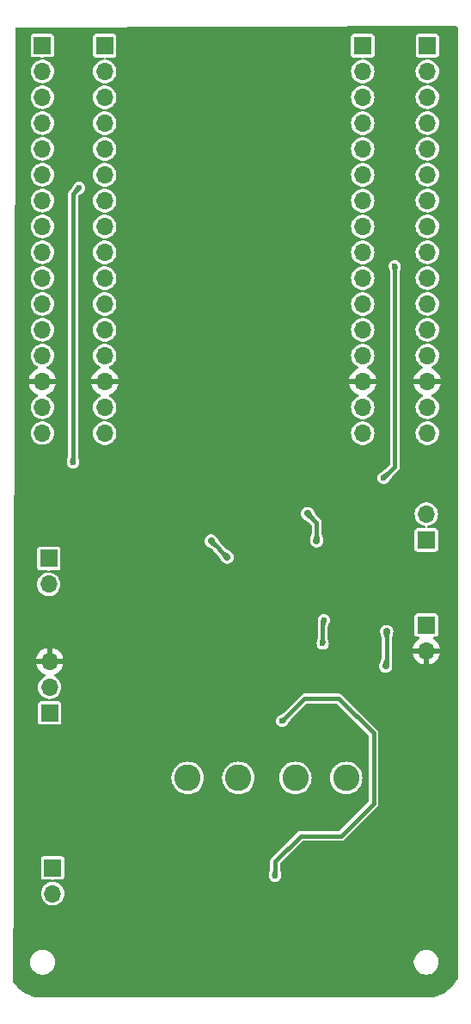
<source format=gbr>
%TF.GenerationSoftware,KiCad,Pcbnew,8.0.1*%
%TF.CreationDate,2024-04-26T12:21:13-07:00*%
%TF.ProjectId,Sendes,53656e64-6573-42e6-9b69-6361645f7063,rev?*%
%TF.SameCoordinates,Original*%
%TF.FileFunction,Copper,L2,Bot*%
%TF.FilePolarity,Positive*%
%FSLAX46Y46*%
G04 Gerber Fmt 4.6, Leading zero omitted, Abs format (unit mm)*
G04 Created by KiCad (PCBNEW 8.0.1) date 2024-04-26 12:21:13*
%MOMM*%
%LPD*%
G01*
G04 APERTURE LIST*
%TA.AperFunction,ComponentPad*%
%ADD10R,1.700000X1.700000*%
%TD*%
%TA.AperFunction,ComponentPad*%
%ADD11O,1.700000X1.700000*%
%TD*%
%TA.AperFunction,ComponentPad*%
%ADD12C,2.600000*%
%TD*%
%TA.AperFunction,ViaPad*%
%ADD13C,0.700000*%
%TD*%
%TA.AperFunction,ViaPad*%
%ADD14C,0.600000*%
%TD*%
%TA.AperFunction,Conductor*%
%ADD15C,0.381000*%
%TD*%
G04 APERTURE END LIST*
D10*
%TO.P,J6,1,Pin_1*%
%TO.N,Pulse*%
X110200000Y-106560000D03*
D11*
%TO.P,J6,2,Pin_2*%
%TO.N,GND*%
X110200000Y-109100000D03*
%TD*%
%TO.P,J11,16,Pin_16*%
%TO.N,unconnected-(J11-Pin_16-Pad16)*%
X72380880Y-87698597D03*
%TO.P,J11,15,Pin_15*%
%TO.N,/VIN*%
X72380880Y-85158597D03*
%TO.P,J11,14,Pin_14*%
%TO.N,GND*%
X72380880Y-82618597D03*
%TO.P,J11,13,Pin_13*%
%TO.N,/D13*%
X72380880Y-80078597D03*
%TO.P,J11,12,Pin_12*%
%TO.N,/D12*%
X72380880Y-77538597D03*
%TO.P,J11,11,Pin_11*%
%TO.N,/D14*%
X72380880Y-74998597D03*
%TO.P,J11,10,Pin_10*%
%TO.N,/D27*%
X72380880Y-72458597D03*
%TO.P,J11,9,Pin_9*%
%TO.N,/D26*%
X72380880Y-69918597D03*
%TO.P,J11,8,Pin_8*%
%TO.N,/D25*%
X72380880Y-67378597D03*
%TO.P,J11,7,Pin_7*%
%TO.N,/D33*%
X72380880Y-64838597D03*
%TO.P,J11,6,Pin_6*%
%TO.N,/D32*%
X72380880Y-62298597D03*
%TO.P,J11,5,Pin_5*%
%TO.N,/D35*%
X72380880Y-59758597D03*
%TO.P,J11,4,Pin_4*%
%TO.N,/D34*%
X72380880Y-57218597D03*
%TO.P,J11,3,Pin_3*%
%TO.N,/VN*%
X72380880Y-54678597D03*
%TO.P,J11,2,Pin_2*%
%TO.N,/VP*%
X72380880Y-52138597D03*
D10*
%TO.P,J11,1,Pin_1*%
%TO.N,/EN*%
X72380880Y-49598597D03*
%TD*%
%TO.P,J10,1,Pin_1*%
%TO.N,/D23*%
X110300000Y-49600000D03*
D11*
%TO.P,J10,2,Pin_2*%
%TO.N,/D22*%
X110300000Y-52140000D03*
%TO.P,J10,3,Pin_3*%
%TO.N,/TX0*%
X110300000Y-54680000D03*
%TO.P,J10,4,Pin_4*%
%TO.N,/RX0*%
X110300000Y-57220000D03*
%TO.P,J10,5,Pin_5*%
%TO.N,/D21*%
X110300000Y-59760000D03*
%TO.P,J10,6,Pin_6*%
%TO.N,/D19*%
X110300000Y-62300000D03*
%TO.P,J10,7,Pin_7*%
%TO.N,/D18*%
X110300000Y-64840000D03*
%TO.P,J10,8,Pin_8*%
%TO.N,/D5*%
X110300000Y-67380000D03*
%TO.P,J10,9,Pin_9*%
%TO.N,/TX2*%
X110300000Y-69920000D03*
%TO.P,J10,10,Pin_10*%
%TO.N,/RX2*%
X110300000Y-72460000D03*
%TO.P,J10,11,Pin_11*%
%TO.N,/D4*%
X110300000Y-75000000D03*
%TO.P,J10,12,Pin_12*%
%TO.N,/D2*%
X110300000Y-77540000D03*
%TO.P,J10,13,Pin_13*%
%TO.N,/D15*%
X110300000Y-80080000D03*
%TO.P,J10,14,Pin_14*%
%TO.N,GND*%
X110300000Y-82620000D03*
%TO.P,J10,15,Pin_15*%
%TO.N,/3V3*%
X110300000Y-85160000D03*
%TO.P,J10,16,Pin_16*%
%TO.N,unconnected-(J10-Pin_16-Pad16)*%
X110300000Y-87700000D03*
%TD*%
D10*
%TO.P,J9,1,Pin_1*%
%TO.N,/5V*%
X73100000Y-115200000D03*
D11*
%TO.P,J9,2,Pin_2*%
%TO.N,/3V3*%
X73100000Y-112660000D03*
%TO.P,J9,3,Pin_3*%
%TO.N,GND*%
X73100000Y-110120000D03*
%TD*%
%TO.P,J5,2,Pin_2*%
%TO.N,/Rx_gnd*%
X73000000Y-102565000D03*
D10*
%TO.P,J5,1,Pin_1*%
%TO.N,/Rx_sig*%
X73000000Y-100025000D03*
%TD*%
%TO.P,J4,1,Pin_1*%
%TO.N,TX_COIL_POS*%
X73400000Y-130425000D03*
D11*
%TO.P,J4,2,Pin_2*%
%TO.N,TX_COIL_NEG*%
X73400000Y-132965000D03*
%TD*%
D10*
%TO.P,J3,1,Pin_1*%
%TO.N,/Vibr_gnd*%
X110200000Y-98200000D03*
D11*
%TO.P,J3,2,Pin_2*%
%TO.N,/Vibr_sig*%
X110200000Y-95660000D03*
%TD*%
D10*
%TO.P,J2,1,Pin_1*%
%TO.N,/D23*%
X103939978Y-49602958D03*
D11*
%TO.P,J2,2,Pin_2*%
%TO.N,/D22*%
X103939978Y-52142958D03*
%TO.P,J2,3,Pin_3*%
%TO.N,/TX0*%
X103939978Y-54682958D03*
%TO.P,J2,4,Pin_4*%
%TO.N,/RX0*%
X103939978Y-57222958D03*
%TO.P,J2,5,Pin_5*%
%TO.N,/D21*%
X103939978Y-59762958D03*
%TO.P,J2,6,Pin_6*%
%TO.N,/D19*%
X103939978Y-62302958D03*
%TO.P,J2,7,Pin_7*%
%TO.N,/D18*%
X103939978Y-64842958D03*
%TO.P,J2,8,Pin_8*%
%TO.N,/D5*%
X103939978Y-67382958D03*
%TO.P,J2,9,Pin_9*%
%TO.N,/TX2*%
X103939978Y-69922958D03*
%TO.P,J2,10,Pin_10*%
%TO.N,/RX2*%
X103939978Y-72462958D03*
%TO.P,J2,11,Pin_11*%
%TO.N,/D4*%
X103939978Y-75002958D03*
%TO.P,J2,12,Pin_12*%
%TO.N,/D2*%
X103939978Y-77542958D03*
%TO.P,J2,13,Pin_13*%
%TO.N,/D15*%
X103939978Y-80082958D03*
%TO.P,J2,14,Pin_14*%
%TO.N,GND*%
X103939978Y-82622958D03*
%TO.P,J2,15,Pin_15*%
%TO.N,/3V3*%
X103939978Y-85162958D03*
%TO.P,J2,16,Pin_16*%
%TO.N,unconnected-(J2-Pin_16-Pad16)*%
X103939978Y-87702958D03*
%TD*%
D10*
%TO.P,J1,1,Pin_1*%
%TO.N,/EN*%
X78520577Y-49602958D03*
D11*
%TO.P,J1,2,Pin_2*%
%TO.N,/VP*%
X78520577Y-52142958D03*
%TO.P,J1,3,Pin_3*%
%TO.N,/VN*%
X78520577Y-54682958D03*
%TO.P,J1,4,Pin_4*%
%TO.N,/D34*%
X78520577Y-57222958D03*
%TO.P,J1,5,Pin_5*%
%TO.N,/D35*%
X78520577Y-59762958D03*
%TO.P,J1,6,Pin_6*%
%TO.N,/D32*%
X78520577Y-62302958D03*
%TO.P,J1,7,Pin_7*%
%TO.N,/D33*%
X78520577Y-64842958D03*
%TO.P,J1,8,Pin_8*%
%TO.N,/D25*%
X78520577Y-67382958D03*
%TO.P,J1,9,Pin_9*%
%TO.N,/D26*%
X78520577Y-69922958D03*
%TO.P,J1,10,Pin_10*%
%TO.N,/D27*%
X78520577Y-72462958D03*
%TO.P,J1,11,Pin_11*%
%TO.N,/D14*%
X78520577Y-75002958D03*
%TO.P,J1,12,Pin_12*%
%TO.N,/D12*%
X78520577Y-77542958D03*
%TO.P,J1,13,Pin_13*%
%TO.N,/D13*%
X78520577Y-80082958D03*
%TO.P,J1,14,Pin_14*%
%TO.N,GND*%
X78520577Y-82622958D03*
%TO.P,J1,15,Pin_15*%
%TO.N,/VIN*%
X78520577Y-85162958D03*
%TO.P,J1,16,Pin_16*%
%TO.N,unconnected-(J1-Pin_16-Pad16)*%
X78520577Y-87702958D03*
%TD*%
D12*
%TO.P,L2,1,1*%
%TO.N,Net-(D2-K)*%
X102300000Y-121600000D03*
%TO.P,L2,2,2*%
%TO.N,Net-(L2-Pad2)*%
X97300000Y-121600000D03*
%TD*%
%TO.P,L3,1,1*%
%TO.N,Net-(L2-Pad2)*%
X91700000Y-121600000D03*
%TO.P,L3,2,2*%
%TO.N,Net-(D3-K)*%
X86700000Y-121600000D03*
%TD*%
D13*
%TO.N,Pulse*%
X106200000Y-110600000D03*
X106300000Y-107200000D03*
%TO.N,/RX2*%
X99400000Y-98300000D03*
X98500000Y-95600000D03*
%TO.N,/OP_OUT*%
X89000000Y-98300000D03*
X90600000Y-99900000D03*
%TO.N,GND*%
X89900000Y-68300000D03*
X81300000Y-101400000D03*
X82100000Y-94600000D03*
X80400000Y-105600000D03*
X106700000Y-102600000D03*
X78800000Y-123600000D03*
X108800000Y-126400000D03*
X100200000Y-137700000D03*
X78600000Y-139100000D03*
X88100000Y-112300000D03*
D14*
%TO.N,Pulse*%
X100100000Y-106100000D03*
X100000000Y-108400000D03*
%TO.N,Net-(Q1-C)*%
X95300000Y-131200000D03*
%TO.N,/TX2*%
X107100000Y-71300000D03*
X106000000Y-92100000D03*
%TO.N,/D32*%
X76000000Y-63600000D03*
X75400000Y-90600000D03*
%TO.N,Net-(Q1-C)*%
X96000000Y-116000000D03*
%TD*%
D15*
%TO.N,Pulse*%
X106300000Y-110500000D02*
X106200000Y-110600000D01*
X106300000Y-107200000D02*
X106300000Y-110500000D01*
%TO.N,/RX2*%
X99400000Y-96500000D02*
X98500000Y-95600000D01*
X99400000Y-98300000D02*
X99400000Y-96500000D01*
%TO.N,/OP_OUT*%
X90600000Y-99900000D02*
X89000000Y-98300000D01*
%TO.N,Pulse*%
X100000000Y-106200000D02*
X100100000Y-106100000D01*
X100000000Y-108400000D02*
X100000000Y-106200000D01*
%TO.N,Net-(Q1-C)*%
X97800000Y-127300000D02*
X95300000Y-129800000D01*
X101800000Y-127300000D02*
X97800000Y-127300000D01*
X105000000Y-124100000D02*
X101800000Y-127300000D01*
X105000000Y-117200000D02*
X105000000Y-124100000D01*
X95300000Y-129800000D02*
X95300000Y-131200000D01*
X101600000Y-113800000D02*
X98200000Y-113800000D01*
X98200000Y-113800000D02*
X96000000Y-116000000D01*
X105000000Y-117200000D02*
X101600000Y-113800000D01*
%TO.N,/TX2*%
X106000000Y-92100000D02*
X107100000Y-91000000D01*
X107100000Y-91000000D02*
X107100000Y-71300000D01*
%TO.N,/D32*%
X75400000Y-64200000D02*
X76000000Y-63600000D01*
X75400000Y-90600000D02*
X75400000Y-64200000D01*
%TD*%
%TA.AperFunction,Conductor*%
%TO.N,GND*%
G36*
X113242800Y-47719816D02*
G01*
X113288676Y-47772515D01*
X113300000Y-47824285D01*
X113300000Y-141292452D01*
X113282358Y-141356201D01*
X113112862Y-141638988D01*
X113106102Y-141649106D01*
X112908775Y-141915170D01*
X112901055Y-141924576D01*
X112678611Y-142170006D01*
X112670006Y-142178611D01*
X112424576Y-142401055D01*
X112415170Y-142408775D01*
X112149106Y-142606102D01*
X112138988Y-142612862D01*
X111854883Y-142783148D01*
X111844151Y-142788885D01*
X111544702Y-142930514D01*
X111533459Y-142935170D01*
X111221588Y-143046759D01*
X111209944Y-143050292D01*
X110888630Y-143130777D01*
X110876694Y-143133151D01*
X110549037Y-143181754D01*
X110536928Y-143182947D01*
X110221989Y-143198419D01*
X110203031Y-143199351D01*
X110196949Y-143199500D01*
X72403051Y-143199500D01*
X72396968Y-143199351D01*
X72376900Y-143198365D01*
X72063071Y-143182947D01*
X72050962Y-143181754D01*
X71723305Y-143133151D01*
X71711369Y-143130777D01*
X71390055Y-143050292D01*
X71378411Y-143046759D01*
X71066540Y-142935170D01*
X71055301Y-142930515D01*
X70755844Y-142788883D01*
X70745121Y-142783150D01*
X70461011Y-142612862D01*
X70450893Y-142606102D01*
X70184829Y-142408775D01*
X70175423Y-142401055D01*
X70136475Y-142365755D01*
X69929986Y-142178604D01*
X69921395Y-142170013D01*
X69698944Y-141924576D01*
X69691224Y-141915170D01*
X69591034Y-141780080D01*
X69528733Y-141696076D01*
X69504610Y-141630506D01*
X69504333Y-141621996D01*
X69508140Y-139796611D01*
X71172500Y-139796611D01*
X71202725Y-139987441D01*
X71262429Y-140171194D01*
X71350147Y-140343349D01*
X71463715Y-140499663D01*
X71600336Y-140636284D01*
X71756650Y-140749852D01*
X71928805Y-140837570D01*
X72020681Y-140867422D01*
X72112560Y-140897275D01*
X72200943Y-140911273D01*
X72303389Y-140927500D01*
X72303394Y-140927500D01*
X72496611Y-140927500D01*
X72589123Y-140912846D01*
X72687440Y-140897275D01*
X72871197Y-140837569D01*
X73043350Y-140749852D01*
X73199663Y-140636285D01*
X73336285Y-140499663D01*
X73449852Y-140343350D01*
X73537569Y-140171197D01*
X73597275Y-139987440D01*
X73612846Y-139889123D01*
X73627500Y-139796611D01*
X108972500Y-139796611D01*
X109002725Y-139987441D01*
X109062429Y-140171194D01*
X109150147Y-140343349D01*
X109263715Y-140499663D01*
X109400336Y-140636284D01*
X109556650Y-140749852D01*
X109728805Y-140837570D01*
X109820681Y-140867422D01*
X109912560Y-140897275D01*
X110000943Y-140911273D01*
X110103389Y-140927500D01*
X110103394Y-140927500D01*
X110296611Y-140927500D01*
X110389123Y-140912846D01*
X110487440Y-140897275D01*
X110671197Y-140837569D01*
X110843350Y-140749852D01*
X110999663Y-140636285D01*
X111136285Y-140499663D01*
X111249852Y-140343350D01*
X111337569Y-140171197D01*
X111397275Y-139987440D01*
X111412846Y-139889123D01*
X111427500Y-139796611D01*
X111427500Y-139603388D01*
X111409916Y-139492373D01*
X111397275Y-139412560D01*
X111360540Y-139299500D01*
X111337570Y-139228805D01*
X111249852Y-139056650D01*
X111136284Y-138900336D01*
X110999663Y-138763715D01*
X110843349Y-138650147D01*
X110671194Y-138562429D01*
X110487441Y-138502725D01*
X110296611Y-138472500D01*
X110296606Y-138472500D01*
X110103394Y-138472500D01*
X110103389Y-138472500D01*
X109912558Y-138502725D01*
X109728805Y-138562429D01*
X109556650Y-138650147D01*
X109400336Y-138763715D01*
X109263715Y-138900336D01*
X109150147Y-139056650D01*
X109062429Y-139228805D01*
X109002725Y-139412558D01*
X108972500Y-139603388D01*
X108972500Y-139796611D01*
X73627500Y-139796611D01*
X73627500Y-139603388D01*
X73609916Y-139492373D01*
X73597275Y-139412560D01*
X73560540Y-139299500D01*
X73537570Y-139228805D01*
X73449852Y-139056650D01*
X73336284Y-138900336D01*
X73199663Y-138763715D01*
X73043349Y-138650147D01*
X72871194Y-138562429D01*
X72687441Y-138502725D01*
X72496611Y-138472500D01*
X72496606Y-138472500D01*
X72303394Y-138472500D01*
X72303389Y-138472500D01*
X72112558Y-138502725D01*
X71928805Y-138562429D01*
X71756650Y-138650147D01*
X71600336Y-138763715D01*
X71463715Y-138900336D01*
X71350147Y-139056650D01*
X71262429Y-139228805D01*
X71202725Y-139412558D01*
X71172500Y-139603388D01*
X71172500Y-139796611D01*
X69508140Y-139796611D01*
X69522388Y-132965000D01*
X72244571Y-132965000D01*
X72264244Y-133177310D01*
X72322596Y-133382392D01*
X72322596Y-133382394D01*
X72417632Y-133573253D01*
X72417634Y-133573255D01*
X72546128Y-133743407D01*
X72703698Y-133887052D01*
X72884981Y-133999298D01*
X73083802Y-134076321D01*
X73293390Y-134115500D01*
X73293392Y-134115500D01*
X73506608Y-134115500D01*
X73506610Y-134115500D01*
X73716198Y-134076321D01*
X73915019Y-133999298D01*
X74096302Y-133887052D01*
X74253872Y-133743407D01*
X74382366Y-133573255D01*
X74477405Y-133382389D01*
X74535756Y-133177310D01*
X74555429Y-132965000D01*
X74535756Y-132752690D01*
X74477405Y-132547611D01*
X74477403Y-132547606D01*
X74477403Y-132547605D01*
X74382367Y-132356746D01*
X74253872Y-132186593D01*
X74096302Y-132042948D01*
X73915019Y-131930702D01*
X73915017Y-131930701D01*
X73815608Y-131892190D01*
X73716198Y-131853679D01*
X73543456Y-131821387D01*
X73481176Y-131789719D01*
X73445903Y-131729407D01*
X73448837Y-131659599D01*
X73489046Y-131602459D01*
X73553764Y-131576128D01*
X73566233Y-131575499D01*
X74294864Y-131575499D01*
X74294879Y-131575497D01*
X74294882Y-131575497D01*
X74319987Y-131572586D01*
X74319988Y-131572585D01*
X74319991Y-131572585D01*
X74422765Y-131527206D01*
X74502206Y-131447765D01*
X74547585Y-131344991D01*
X74550500Y-131319865D01*
X74550500Y-131200001D01*
X94694318Y-131200001D01*
X94714955Y-131356760D01*
X94714956Y-131356762D01*
X94775464Y-131502841D01*
X94871718Y-131628282D01*
X94997159Y-131724536D01*
X95143238Y-131785044D01*
X95221619Y-131795363D01*
X95299999Y-131805682D01*
X95300000Y-131805682D01*
X95300001Y-131805682D01*
X95352254Y-131798802D01*
X95456762Y-131785044D01*
X95602841Y-131724536D01*
X95728282Y-131628282D01*
X95824536Y-131502841D01*
X95885044Y-131356762D01*
X95905682Y-131200000D01*
X95899076Y-131149829D01*
X95898017Y-131133110D01*
X95898025Y-131131398D01*
X95893638Y-131107359D01*
X95892688Y-131101302D01*
X95885045Y-131043239D01*
X95884539Y-131042018D01*
X95877117Y-131016832D01*
X95793015Y-130555996D01*
X95791000Y-130533734D01*
X95791000Y-130054741D01*
X95810685Y-129987702D01*
X95827319Y-129967060D01*
X97967060Y-127827319D01*
X98028383Y-127793834D01*
X98054741Y-127791000D01*
X101864639Y-127791000D01*
X101864642Y-127791000D01*
X101989519Y-127757539D01*
X102101481Y-127692898D01*
X105392897Y-124401482D01*
X105457539Y-124289519D01*
X105491000Y-124164642D01*
X105491000Y-124035359D01*
X105491000Y-117135359D01*
X105457539Y-117010481D01*
X105392898Y-116898519D01*
X105301481Y-116807102D01*
X105301480Y-116807101D01*
X105297150Y-116802771D01*
X105297139Y-116802761D01*
X101901482Y-113407103D01*
X101901477Y-113407099D01*
X101789521Y-113342462D01*
X101789520Y-113342461D01*
X101758299Y-113334095D01*
X101664642Y-113309000D01*
X101664641Y-113309000D01*
X98264642Y-113309000D01*
X98135359Y-113309000D01*
X98010481Y-113342461D01*
X98010479Y-113342462D01*
X98010478Y-113342462D01*
X97898522Y-113407099D01*
X97898517Y-113407103D01*
X96123932Y-115181687D01*
X96106765Y-115196005D01*
X95721424Y-115462402D01*
X95698379Y-115474957D01*
X95697167Y-115475458D01*
X95697155Y-115475466D01*
X95650700Y-115511111D01*
X95645736Y-115514729D01*
X95625624Y-115528633D01*
X95604116Y-115544953D01*
X95602541Y-115546261D01*
X95595757Y-115552571D01*
X95586809Y-115560136D01*
X95571716Y-115571718D01*
X95475464Y-115697157D01*
X95414956Y-115843237D01*
X95414955Y-115843239D01*
X95394318Y-115999998D01*
X95394318Y-116000001D01*
X95414955Y-116156760D01*
X95414956Y-116156762D01*
X95475200Y-116302205D01*
X95475464Y-116302841D01*
X95571718Y-116428282D01*
X95697159Y-116524536D01*
X95843238Y-116585044D01*
X95921619Y-116595363D01*
X95999999Y-116605682D01*
X96000000Y-116605682D01*
X96000001Y-116605682D01*
X96052254Y-116598802D01*
X96156762Y-116585044D01*
X96302841Y-116524536D01*
X96428282Y-116428282D01*
X96459086Y-116388135D01*
X96470163Y-116375561D01*
X96471378Y-116374358D01*
X96485290Y-116354233D01*
X96488856Y-116349338D01*
X96524536Y-116302841D01*
X96525036Y-116301631D01*
X96537597Y-116278571D01*
X96803998Y-115893226D01*
X96818309Y-115876068D01*
X98367060Y-114327319D01*
X98428383Y-114293834D01*
X98454741Y-114291000D01*
X101345259Y-114291000D01*
X101412298Y-114310685D01*
X101432940Y-114327319D01*
X104472681Y-117367059D01*
X104506166Y-117428382D01*
X104509000Y-117454740D01*
X104509000Y-123845259D01*
X104489315Y-123912298D01*
X104472681Y-123932940D01*
X101632940Y-126772681D01*
X101571617Y-126806166D01*
X101545259Y-126809000D01*
X97864642Y-126809000D01*
X97735358Y-126809000D01*
X97660431Y-126829076D01*
X97610479Y-126842461D01*
X97610478Y-126842462D01*
X97498522Y-126907099D01*
X97498517Y-126907103D01*
X94907103Y-129498517D01*
X94907099Y-129498522D01*
X94842462Y-129610478D01*
X94842462Y-129610479D01*
X94842461Y-129610481D01*
X94809000Y-129735359D01*
X94809000Y-129735361D01*
X94809000Y-130533731D01*
X94806985Y-130555994D01*
X94722880Y-131016839D01*
X94715463Y-131042012D01*
X94714958Y-131043230D01*
X94714955Y-131043239D01*
X94707312Y-131101291D01*
X94706359Y-131107359D01*
X94701976Y-131131381D01*
X94698299Y-131158210D01*
X94698109Y-131160274D01*
X94698107Y-131160299D01*
X94697777Y-131169458D01*
X94696797Y-131181169D01*
X94694318Y-131199998D01*
X94694318Y-131200001D01*
X74550500Y-131200001D01*
X74550499Y-129530136D01*
X74550497Y-129530117D01*
X74547586Y-129505012D01*
X74547585Y-129505010D01*
X74547585Y-129505009D01*
X74502206Y-129402235D01*
X74422765Y-129322794D01*
X74422763Y-129322793D01*
X74319992Y-129277415D01*
X74294865Y-129274500D01*
X72505143Y-129274500D01*
X72505117Y-129274502D01*
X72480012Y-129277413D01*
X72480008Y-129277415D01*
X72377235Y-129322793D01*
X72297794Y-129402234D01*
X72252415Y-129505006D01*
X72252415Y-129505008D01*
X72249500Y-129530131D01*
X72249500Y-131319856D01*
X72249502Y-131319882D01*
X72252413Y-131344987D01*
X72252415Y-131344991D01*
X72297793Y-131447764D01*
X72297794Y-131447765D01*
X72377235Y-131527206D01*
X72480009Y-131572585D01*
X72505135Y-131575500D01*
X73233758Y-131575499D01*
X73300795Y-131595183D01*
X73346550Y-131647987D01*
X73356494Y-131717146D01*
X73327469Y-131780702D01*
X73268691Y-131818476D01*
X73256542Y-131821388D01*
X73200116Y-131831935D01*
X73083802Y-131853679D01*
X73083800Y-131853679D01*
X73083798Y-131853680D01*
X72884982Y-131930701D01*
X72884980Y-131930702D01*
X72703699Y-132042947D01*
X72546127Y-132186593D01*
X72417632Y-132356746D01*
X72322596Y-132547605D01*
X72322596Y-132547607D01*
X72264244Y-132752689D01*
X72244571Y-132964999D01*
X72244571Y-132965000D01*
X69522388Y-132965000D01*
X69546090Y-121600000D01*
X85094551Y-121600000D01*
X85114317Y-121851151D01*
X85173126Y-122096110D01*
X85269533Y-122328859D01*
X85401160Y-122543653D01*
X85401161Y-122543656D01*
X85401164Y-122543659D01*
X85564776Y-122735224D01*
X85713066Y-122861875D01*
X85756343Y-122898838D01*
X85756346Y-122898839D01*
X85971140Y-123030466D01*
X86203889Y-123126873D01*
X86448852Y-123185683D01*
X86700000Y-123205449D01*
X86951148Y-123185683D01*
X87196111Y-123126873D01*
X87428859Y-123030466D01*
X87643659Y-122898836D01*
X87835224Y-122735224D01*
X87998836Y-122543659D01*
X88130466Y-122328859D01*
X88226873Y-122096111D01*
X88285683Y-121851148D01*
X88305449Y-121600000D01*
X90094551Y-121600000D01*
X90114317Y-121851151D01*
X90173126Y-122096110D01*
X90269533Y-122328859D01*
X90401160Y-122543653D01*
X90401161Y-122543656D01*
X90401164Y-122543659D01*
X90564776Y-122735224D01*
X90713066Y-122861875D01*
X90756343Y-122898838D01*
X90756346Y-122898839D01*
X90971140Y-123030466D01*
X91203889Y-123126873D01*
X91448852Y-123185683D01*
X91700000Y-123205449D01*
X91951148Y-123185683D01*
X92196111Y-123126873D01*
X92428859Y-123030466D01*
X92643659Y-122898836D01*
X92835224Y-122735224D01*
X92998836Y-122543659D01*
X93130466Y-122328859D01*
X93226873Y-122096111D01*
X93285683Y-121851148D01*
X93305449Y-121600000D01*
X95694551Y-121600000D01*
X95714317Y-121851151D01*
X95773126Y-122096110D01*
X95869533Y-122328859D01*
X96001160Y-122543653D01*
X96001161Y-122543656D01*
X96001164Y-122543659D01*
X96164776Y-122735224D01*
X96313066Y-122861875D01*
X96356343Y-122898838D01*
X96356346Y-122898839D01*
X96571140Y-123030466D01*
X96803889Y-123126873D01*
X97048852Y-123185683D01*
X97300000Y-123205449D01*
X97551148Y-123185683D01*
X97796111Y-123126873D01*
X98028859Y-123030466D01*
X98243659Y-122898836D01*
X98435224Y-122735224D01*
X98598836Y-122543659D01*
X98730466Y-122328859D01*
X98826873Y-122096111D01*
X98885683Y-121851148D01*
X98905449Y-121600000D01*
X100694551Y-121600000D01*
X100714317Y-121851151D01*
X100773126Y-122096110D01*
X100869533Y-122328859D01*
X101001160Y-122543653D01*
X101001161Y-122543656D01*
X101001164Y-122543659D01*
X101164776Y-122735224D01*
X101313066Y-122861875D01*
X101356343Y-122898838D01*
X101356346Y-122898839D01*
X101571140Y-123030466D01*
X101803889Y-123126873D01*
X102048852Y-123185683D01*
X102300000Y-123205449D01*
X102551148Y-123185683D01*
X102796111Y-123126873D01*
X103028859Y-123030466D01*
X103243659Y-122898836D01*
X103435224Y-122735224D01*
X103598836Y-122543659D01*
X103730466Y-122328859D01*
X103826873Y-122096111D01*
X103885683Y-121851148D01*
X103905449Y-121600000D01*
X103885683Y-121348852D01*
X103826873Y-121103889D01*
X103730466Y-120871141D01*
X103730466Y-120871140D01*
X103598839Y-120656346D01*
X103598838Y-120656343D01*
X103561875Y-120613066D01*
X103435224Y-120464776D01*
X103308571Y-120356604D01*
X103243656Y-120301161D01*
X103243653Y-120301160D01*
X103028859Y-120169533D01*
X102796110Y-120073126D01*
X102551151Y-120014317D01*
X102300000Y-119994551D01*
X102048848Y-120014317D01*
X101803889Y-120073126D01*
X101571140Y-120169533D01*
X101356346Y-120301160D01*
X101356343Y-120301161D01*
X101164776Y-120464776D01*
X101001161Y-120656343D01*
X101001160Y-120656346D01*
X100869533Y-120871140D01*
X100773126Y-121103889D01*
X100714317Y-121348848D01*
X100694551Y-121600000D01*
X98905449Y-121600000D01*
X98885683Y-121348852D01*
X98826873Y-121103889D01*
X98730466Y-120871141D01*
X98730466Y-120871140D01*
X98598839Y-120656346D01*
X98598838Y-120656343D01*
X98561875Y-120613066D01*
X98435224Y-120464776D01*
X98308571Y-120356604D01*
X98243656Y-120301161D01*
X98243653Y-120301160D01*
X98028859Y-120169533D01*
X97796110Y-120073126D01*
X97551151Y-120014317D01*
X97300000Y-119994551D01*
X97048848Y-120014317D01*
X96803889Y-120073126D01*
X96571140Y-120169533D01*
X96356346Y-120301160D01*
X96356343Y-120301161D01*
X96164776Y-120464776D01*
X96001161Y-120656343D01*
X96001160Y-120656346D01*
X95869533Y-120871140D01*
X95773126Y-121103889D01*
X95714317Y-121348848D01*
X95694551Y-121600000D01*
X93305449Y-121600000D01*
X93285683Y-121348852D01*
X93226873Y-121103889D01*
X93130466Y-120871141D01*
X93130466Y-120871140D01*
X92998839Y-120656346D01*
X92998838Y-120656343D01*
X92961875Y-120613066D01*
X92835224Y-120464776D01*
X92708571Y-120356604D01*
X92643656Y-120301161D01*
X92643653Y-120301160D01*
X92428859Y-120169533D01*
X92196110Y-120073126D01*
X91951151Y-120014317D01*
X91700000Y-119994551D01*
X91448848Y-120014317D01*
X91203889Y-120073126D01*
X90971140Y-120169533D01*
X90756346Y-120301160D01*
X90756343Y-120301161D01*
X90564776Y-120464776D01*
X90401161Y-120656343D01*
X90401160Y-120656346D01*
X90269533Y-120871140D01*
X90173126Y-121103889D01*
X90114317Y-121348848D01*
X90094551Y-121600000D01*
X88305449Y-121600000D01*
X88285683Y-121348852D01*
X88226873Y-121103889D01*
X88130466Y-120871141D01*
X88130466Y-120871140D01*
X87998839Y-120656346D01*
X87998838Y-120656343D01*
X87961875Y-120613066D01*
X87835224Y-120464776D01*
X87708571Y-120356604D01*
X87643656Y-120301161D01*
X87643653Y-120301160D01*
X87428859Y-120169533D01*
X87196110Y-120073126D01*
X86951151Y-120014317D01*
X86700000Y-119994551D01*
X86448848Y-120014317D01*
X86203889Y-120073126D01*
X85971140Y-120169533D01*
X85756346Y-120301160D01*
X85756343Y-120301161D01*
X85564776Y-120464776D01*
X85401161Y-120656343D01*
X85401160Y-120656346D01*
X85269533Y-120871140D01*
X85173126Y-121103889D01*
X85114317Y-121348848D01*
X85094551Y-121600000D01*
X69546090Y-121600000D01*
X69569510Y-110370000D01*
X71769364Y-110370000D01*
X71826567Y-110583486D01*
X71826570Y-110583492D01*
X71926399Y-110797578D01*
X72061894Y-110991082D01*
X72228917Y-111158105D01*
X72422421Y-111293600D01*
X72621573Y-111386466D01*
X72674012Y-111432638D01*
X72693164Y-111499832D01*
X72672948Y-111566713D01*
X72619783Y-111612048D01*
X72613968Y-111614472D01*
X72606771Y-111617260D01*
X72584982Y-111625701D01*
X72584980Y-111625702D01*
X72403699Y-111737947D01*
X72246127Y-111881593D01*
X72117632Y-112051746D01*
X72022596Y-112242605D01*
X72022596Y-112242607D01*
X71964244Y-112447689D01*
X71944571Y-112659999D01*
X71944571Y-112660000D01*
X71964244Y-112872310D01*
X72022596Y-113077392D01*
X72022596Y-113077394D01*
X72117632Y-113268253D01*
X72117634Y-113268255D01*
X72246128Y-113438407D01*
X72403698Y-113582052D01*
X72584981Y-113694298D01*
X72783802Y-113771321D01*
X72956544Y-113803612D01*
X73018823Y-113835279D01*
X73054096Y-113895591D01*
X73051162Y-113965400D01*
X73010953Y-114022540D01*
X72946235Y-114048871D01*
X72933757Y-114049500D01*
X72205143Y-114049500D01*
X72205117Y-114049502D01*
X72180012Y-114052413D01*
X72180008Y-114052415D01*
X72077235Y-114097793D01*
X71997794Y-114177234D01*
X71952415Y-114280006D01*
X71952415Y-114280008D01*
X71949500Y-114305131D01*
X71949500Y-116094856D01*
X71949502Y-116094882D01*
X71952413Y-116119987D01*
X71952415Y-116119991D01*
X71997793Y-116222764D01*
X71997794Y-116222765D01*
X72077235Y-116302206D01*
X72180009Y-116347585D01*
X72205135Y-116350500D01*
X73994864Y-116350499D01*
X73994879Y-116350497D01*
X73994882Y-116350497D01*
X74019987Y-116347586D01*
X74019988Y-116347585D01*
X74019991Y-116347585D01*
X74122765Y-116302206D01*
X74202206Y-116222765D01*
X74247585Y-116119991D01*
X74250500Y-116094865D01*
X74250499Y-114305136D01*
X74250497Y-114305117D01*
X74247586Y-114280012D01*
X74247585Y-114280010D01*
X74247585Y-114280009D01*
X74202206Y-114177235D01*
X74122765Y-114097794D01*
X74122763Y-114097793D01*
X74019992Y-114052415D01*
X73994868Y-114049500D01*
X73266243Y-114049500D01*
X73199204Y-114029815D01*
X73153449Y-113977011D01*
X73143505Y-113907853D01*
X73172530Y-113844297D01*
X73231308Y-113806523D01*
X73243441Y-113803614D01*
X73416198Y-113771321D01*
X73615019Y-113694298D01*
X73796302Y-113582052D01*
X73953872Y-113438407D01*
X74082366Y-113268255D01*
X74177405Y-113077389D01*
X74235756Y-112872310D01*
X74255429Y-112660000D01*
X74235756Y-112447690D01*
X74177405Y-112242611D01*
X74177403Y-112242606D01*
X74177403Y-112242605D01*
X74082367Y-112051746D01*
X73953872Y-111881593D01*
X73796302Y-111737948D01*
X73615019Y-111625702D01*
X73615014Y-111625700D01*
X73608129Y-111623032D01*
X73586037Y-111614474D01*
X73530636Y-111571903D01*
X73507045Y-111506136D01*
X73522756Y-111438056D01*
X73572779Y-111389276D01*
X73578426Y-111386466D01*
X73777578Y-111293599D01*
X73971082Y-111158105D01*
X74138105Y-110991082D01*
X74273600Y-110797578D01*
X74365731Y-110600000D01*
X105544722Y-110600000D01*
X105563762Y-110756818D01*
X105619780Y-110904523D01*
X105709517Y-111034530D01*
X105827760Y-111139283D01*
X105827762Y-111139284D01*
X105967634Y-111212696D01*
X106121014Y-111250500D01*
X106121015Y-111250500D01*
X106278985Y-111250500D01*
X106432365Y-111212696D01*
X106572240Y-111139283D01*
X106690483Y-111034530D01*
X106780220Y-110904523D01*
X106836237Y-110756818D01*
X106855278Y-110600000D01*
X106853652Y-110586609D01*
X106853418Y-110566431D01*
X106853199Y-110566430D01*
X106853228Y-110560695D01*
X106853228Y-110560691D01*
X106795772Y-109903946D01*
X106795223Y-109901899D01*
X106791000Y-109869812D01*
X106791000Y-109350000D01*
X108869364Y-109350000D01*
X108926567Y-109563486D01*
X108926570Y-109563492D01*
X109026399Y-109777578D01*
X109161894Y-109971082D01*
X109328917Y-110138105D01*
X109522421Y-110273600D01*
X109736507Y-110373429D01*
X109736516Y-110373433D01*
X109950000Y-110430634D01*
X109950000Y-109533012D01*
X110007007Y-109565925D01*
X110134174Y-109600000D01*
X110265826Y-109600000D01*
X110392993Y-109565925D01*
X110450000Y-109533012D01*
X110450000Y-110430633D01*
X110663483Y-110373433D01*
X110663492Y-110373429D01*
X110877578Y-110273600D01*
X111071082Y-110138105D01*
X111238105Y-109971082D01*
X111373600Y-109777578D01*
X111473429Y-109563492D01*
X111473432Y-109563486D01*
X111530636Y-109350000D01*
X110633012Y-109350000D01*
X110665925Y-109292993D01*
X110700000Y-109165826D01*
X110700000Y-109034174D01*
X110665925Y-108907007D01*
X110633012Y-108850000D01*
X111530636Y-108850000D01*
X111530635Y-108849999D01*
X111473432Y-108636513D01*
X111473429Y-108636507D01*
X111373600Y-108422422D01*
X111373599Y-108422420D01*
X111238113Y-108228926D01*
X111238108Y-108228920D01*
X111071082Y-108061894D01*
X110891394Y-107936074D01*
X110847769Y-107881496D01*
X110840577Y-107811998D01*
X110872099Y-107749643D01*
X110932329Y-107714230D01*
X110962517Y-107710499D01*
X111094864Y-107710499D01*
X111094879Y-107710497D01*
X111094882Y-107710497D01*
X111119987Y-107707586D01*
X111119988Y-107707585D01*
X111119991Y-107707585D01*
X111222765Y-107662206D01*
X111302206Y-107582765D01*
X111347585Y-107479991D01*
X111350500Y-107454865D01*
X111350499Y-105665136D01*
X111350497Y-105665117D01*
X111347586Y-105640012D01*
X111347585Y-105640010D01*
X111347585Y-105640009D01*
X111302206Y-105537235D01*
X111222765Y-105457794D01*
X111222763Y-105457793D01*
X111119992Y-105412415D01*
X111094865Y-105409500D01*
X109305143Y-105409500D01*
X109305117Y-105409502D01*
X109280012Y-105412413D01*
X109280008Y-105412415D01*
X109177235Y-105457793D01*
X109097794Y-105537234D01*
X109052415Y-105640006D01*
X109052415Y-105640008D01*
X109049500Y-105665131D01*
X109049500Y-107454856D01*
X109049502Y-107454882D01*
X109052413Y-107479987D01*
X109052415Y-107479991D01*
X109097793Y-107582764D01*
X109097794Y-107582765D01*
X109177235Y-107662206D01*
X109280009Y-107707585D01*
X109305135Y-107710500D01*
X109437483Y-107710499D01*
X109504520Y-107730183D01*
X109550275Y-107782987D01*
X109560219Y-107852145D01*
X109531195Y-107915701D01*
X109508605Y-107936074D01*
X109328922Y-108061890D01*
X109328920Y-108061891D01*
X109161891Y-108228920D01*
X109161886Y-108228926D01*
X109026400Y-108422420D01*
X109026399Y-108422422D01*
X108926570Y-108636507D01*
X108926567Y-108636513D01*
X108869364Y-108849999D01*
X108869364Y-108850000D01*
X109766988Y-108850000D01*
X109734075Y-108907007D01*
X109700000Y-109034174D01*
X109700000Y-109165826D01*
X109734075Y-109292993D01*
X109766988Y-109350000D01*
X108869364Y-109350000D01*
X106791000Y-109350000D01*
X106791000Y-107971031D01*
X106794280Y-107942698D01*
X106795835Y-107936074D01*
X106918510Y-107413396D01*
X106918510Y-107413386D01*
X106919077Y-107409714D01*
X106925690Y-107384626D01*
X106936236Y-107356821D01*
X106936236Y-107356820D01*
X106936237Y-107356818D01*
X106955278Y-107200000D01*
X106936237Y-107043182D01*
X106880220Y-106895477D01*
X106790483Y-106765470D01*
X106672240Y-106660717D01*
X106672238Y-106660716D01*
X106672237Y-106660715D01*
X106532365Y-106587303D01*
X106378986Y-106549500D01*
X106378985Y-106549500D01*
X106221015Y-106549500D01*
X106221014Y-106549500D01*
X106067634Y-106587303D01*
X105927762Y-106660715D01*
X105809516Y-106765471D01*
X105719781Y-106895475D01*
X105719780Y-106895476D01*
X105663762Y-107043181D01*
X105644722Y-107199999D01*
X105644722Y-107200000D01*
X105663762Y-107356815D01*
X105674378Y-107384809D01*
X105681252Y-107411692D01*
X105681488Y-107413394D01*
X105805720Y-107942700D01*
X105809000Y-107971034D01*
X105809000Y-109820423D01*
X105799066Y-109869054D01*
X105600213Y-110335463D01*
X105596645Y-110344206D01*
X105596643Y-110344211D01*
X105594017Y-110358061D01*
X105588131Y-110378926D01*
X105563764Y-110443176D01*
X105563762Y-110443185D01*
X105544722Y-110599999D01*
X105544722Y-110600000D01*
X74365731Y-110600000D01*
X74373429Y-110583492D01*
X74373432Y-110583486D01*
X74430636Y-110370000D01*
X73533012Y-110370000D01*
X73565925Y-110312993D01*
X73600000Y-110185826D01*
X73600000Y-110054174D01*
X73565925Y-109927007D01*
X73533012Y-109870000D01*
X74430636Y-109870000D01*
X74430635Y-109869999D01*
X74373432Y-109656513D01*
X74373429Y-109656507D01*
X74273600Y-109442422D01*
X74273599Y-109442420D01*
X74138113Y-109248926D01*
X74138108Y-109248920D01*
X73971082Y-109081894D01*
X73777578Y-108946399D01*
X73563492Y-108846570D01*
X73563486Y-108846567D01*
X73350000Y-108789364D01*
X73350000Y-109686988D01*
X73292993Y-109654075D01*
X73165826Y-109620000D01*
X73034174Y-109620000D01*
X72907007Y-109654075D01*
X72850000Y-109686988D01*
X72850000Y-108789364D01*
X72849999Y-108789364D01*
X72636513Y-108846567D01*
X72636507Y-108846570D01*
X72422422Y-108946399D01*
X72422420Y-108946400D01*
X72228926Y-109081886D01*
X72228920Y-109081891D01*
X72061891Y-109248920D01*
X72061886Y-109248926D01*
X71926400Y-109442420D01*
X71926399Y-109442422D01*
X71826570Y-109656507D01*
X71826567Y-109656513D01*
X71769364Y-109869999D01*
X71769364Y-109870000D01*
X72666988Y-109870000D01*
X72634075Y-109927007D01*
X72600000Y-110054174D01*
X72600000Y-110185826D01*
X72634075Y-110312993D01*
X72666988Y-110370000D01*
X71769364Y-110370000D01*
X69569510Y-110370000D01*
X69573618Y-108400001D01*
X99394318Y-108400001D01*
X99414955Y-108556760D01*
X99414956Y-108556762D01*
X99447987Y-108636507D01*
X99475464Y-108702841D01*
X99571718Y-108828282D01*
X99697159Y-108924536D01*
X99843238Y-108985044D01*
X99921619Y-108995363D01*
X99999999Y-109005682D01*
X100000000Y-109005682D01*
X100000001Y-109005682D01*
X100052254Y-108998802D01*
X100156762Y-108985044D01*
X100302841Y-108924536D01*
X100428282Y-108828282D01*
X100524536Y-108702841D01*
X100585044Y-108556762D01*
X100605682Y-108400000D01*
X100599076Y-108349829D01*
X100598017Y-108333110D01*
X100598025Y-108331398D01*
X100593638Y-108307359D01*
X100592688Y-108301302D01*
X100585045Y-108243239D01*
X100584539Y-108242018D01*
X100577117Y-108216832D01*
X100493015Y-107755996D01*
X100491000Y-107733734D01*
X100491000Y-106775511D01*
X100499915Y-106729343D01*
X100656405Y-106339255D01*
X100658188Y-106334703D01*
X100660100Y-106324237D01*
X100667518Y-106299070D01*
X100685044Y-106256762D01*
X100704217Y-106111127D01*
X100705682Y-106100001D01*
X100705682Y-106099998D01*
X100685044Y-105943239D01*
X100685044Y-105943238D01*
X100624536Y-105797159D01*
X100528282Y-105671718D01*
X100402841Y-105575464D01*
X100256762Y-105514956D01*
X100256760Y-105514955D01*
X100100001Y-105494318D01*
X100099999Y-105494318D01*
X99943239Y-105514955D01*
X99943237Y-105514956D01*
X99797160Y-105575463D01*
X99671718Y-105671718D01*
X99575463Y-105797160D01*
X99514956Y-105943237D01*
X99514956Y-105943238D01*
X99494318Y-106099998D01*
X99494318Y-106108123D01*
X99494065Y-106108123D01*
X99494148Y-106111135D01*
X99494641Y-106111127D01*
X99503852Y-106673582D01*
X99503960Y-106678156D01*
X99506115Y-106687970D01*
X99509000Y-106714560D01*
X99509000Y-107733731D01*
X99506985Y-107755994D01*
X99422880Y-108216839D01*
X99415463Y-108242012D01*
X99414958Y-108243230D01*
X99414955Y-108243239D01*
X99407312Y-108301291D01*
X99406359Y-108307359D01*
X99401976Y-108331381D01*
X99398299Y-108358210D01*
X99398109Y-108360274D01*
X99398107Y-108360299D01*
X99397777Y-108369458D01*
X99396797Y-108381169D01*
X99394318Y-108399998D01*
X99394318Y-108400001D01*
X69573618Y-108400001D01*
X69585787Y-102565000D01*
X71844571Y-102565000D01*
X71864244Y-102777310D01*
X71922596Y-102982392D01*
X71922596Y-102982394D01*
X72017632Y-103173253D01*
X72017634Y-103173255D01*
X72146128Y-103343407D01*
X72303698Y-103487052D01*
X72484981Y-103599298D01*
X72683802Y-103676321D01*
X72893390Y-103715500D01*
X72893392Y-103715500D01*
X73106608Y-103715500D01*
X73106610Y-103715500D01*
X73316198Y-103676321D01*
X73515019Y-103599298D01*
X73696302Y-103487052D01*
X73853872Y-103343407D01*
X73982366Y-103173255D01*
X74077405Y-102982389D01*
X74135756Y-102777310D01*
X74155429Y-102565000D01*
X74135756Y-102352690D01*
X74077405Y-102147611D01*
X74077403Y-102147606D01*
X74077403Y-102147605D01*
X73982367Y-101956746D01*
X73853872Y-101786593D01*
X73696302Y-101642948D01*
X73515019Y-101530702D01*
X73515017Y-101530701D01*
X73415608Y-101492190D01*
X73316198Y-101453679D01*
X73143456Y-101421387D01*
X73081176Y-101389719D01*
X73045903Y-101329407D01*
X73048837Y-101259599D01*
X73089046Y-101202459D01*
X73153764Y-101176128D01*
X73166233Y-101175499D01*
X73894864Y-101175499D01*
X73894879Y-101175497D01*
X73894882Y-101175497D01*
X73919987Y-101172586D01*
X73919988Y-101172585D01*
X73919991Y-101172585D01*
X74022765Y-101127206D01*
X74102206Y-101047765D01*
X74147585Y-100944991D01*
X74150500Y-100919865D01*
X74150499Y-99130136D01*
X74149323Y-99119993D01*
X74147586Y-99105012D01*
X74147585Y-99105010D01*
X74147585Y-99105009D01*
X74102206Y-99002235D01*
X74022765Y-98922794D01*
X73999895Y-98912696D01*
X73919992Y-98877415D01*
X73894865Y-98874500D01*
X72105143Y-98874500D01*
X72105117Y-98874502D01*
X72080012Y-98877413D01*
X72080008Y-98877415D01*
X71977235Y-98922793D01*
X71897794Y-99002234D01*
X71852415Y-99105006D01*
X71852415Y-99105008D01*
X71849500Y-99130131D01*
X71849500Y-100919856D01*
X71849502Y-100919882D01*
X71852413Y-100944987D01*
X71852415Y-100944991D01*
X71897793Y-101047764D01*
X71897794Y-101047765D01*
X71977235Y-101127206D01*
X72080009Y-101172585D01*
X72105135Y-101175500D01*
X72833758Y-101175499D01*
X72900795Y-101195183D01*
X72946550Y-101247987D01*
X72956494Y-101317146D01*
X72927469Y-101380702D01*
X72868691Y-101418476D01*
X72856542Y-101421388D01*
X72800116Y-101431935D01*
X72683802Y-101453679D01*
X72683800Y-101453679D01*
X72683798Y-101453680D01*
X72484982Y-101530701D01*
X72484980Y-101530702D01*
X72303699Y-101642947D01*
X72146127Y-101786593D01*
X72017632Y-101956746D01*
X71922596Y-102147605D01*
X71922596Y-102147607D01*
X71864244Y-102352689D01*
X71844571Y-102564999D01*
X71844571Y-102565000D01*
X69585787Y-102565000D01*
X69594682Y-98300000D01*
X88344722Y-98300000D01*
X88363762Y-98456818D01*
X88379385Y-98498011D01*
X88419780Y-98604523D01*
X88509517Y-98734530D01*
X88627760Y-98839283D01*
X88689227Y-98871543D01*
X88708678Y-98885182D01*
X88708973Y-98884793D01*
X88713544Y-98888249D01*
X89175657Y-99174675D01*
X89198011Y-99192390D01*
X89707610Y-99701989D01*
X89725321Y-99724337D01*
X89834200Y-99899999D01*
X90008481Y-100181180D01*
X90019024Y-100202532D01*
X90019778Y-100204520D01*
X90019779Y-100204522D01*
X90019780Y-100204523D01*
X90109517Y-100334530D01*
X90227760Y-100439283D01*
X90227762Y-100439284D01*
X90367634Y-100512696D01*
X90521014Y-100550500D01*
X90521015Y-100550500D01*
X90678985Y-100550500D01*
X90832365Y-100512696D01*
X90972240Y-100439283D01*
X91090483Y-100334530D01*
X91180220Y-100204523D01*
X91236237Y-100056818D01*
X91255278Y-99900000D01*
X91236237Y-99743182D01*
X91229092Y-99724343D01*
X91214992Y-99687164D01*
X91180220Y-99595477D01*
X91090483Y-99465470D01*
X90972240Y-99360717D01*
X90972238Y-99360716D01*
X90972237Y-99360715D01*
X90972236Y-99360714D01*
X90928809Y-99337922D01*
X90910773Y-99328456D01*
X90891320Y-99314815D01*
X90891026Y-99315206D01*
X90886454Y-99311749D01*
X90424342Y-99025324D01*
X90401988Y-99007609D01*
X89892390Y-98498011D01*
X89874675Y-98475657D01*
X89591520Y-98018822D01*
X89580973Y-97997463D01*
X89580220Y-97995478D01*
X89580220Y-97995477D01*
X89490483Y-97865470D01*
X89372240Y-97760717D01*
X89372238Y-97760716D01*
X89372237Y-97760715D01*
X89232365Y-97687303D01*
X89078986Y-97649500D01*
X89078985Y-97649500D01*
X88921015Y-97649500D01*
X88921014Y-97649500D01*
X88767634Y-97687303D01*
X88627762Y-97760715D01*
X88509516Y-97865471D01*
X88419781Y-97995475D01*
X88419780Y-97995476D01*
X88363762Y-98143181D01*
X88344722Y-98299999D01*
X88344722Y-98300000D01*
X69594682Y-98300000D01*
X69600313Y-95600000D01*
X97844722Y-95600000D01*
X97863762Y-95756818D01*
X97907563Y-95872310D01*
X97919780Y-95904523D01*
X98009517Y-96034530D01*
X98127760Y-96139283D01*
X98189227Y-96171543D01*
X98208672Y-96185178D01*
X98208967Y-96184789D01*
X98213539Y-96188245D01*
X98213541Y-96188246D01*
X98213542Y-96188247D01*
X98284550Y-96232259D01*
X98675659Y-96474676D01*
X98698013Y-96492391D01*
X98872681Y-96667059D01*
X98906166Y-96728382D01*
X98909000Y-96754740D01*
X98909000Y-97528964D01*
X98905720Y-97557297D01*
X98884080Y-97649500D01*
X98781489Y-98086603D01*
X98781488Y-98086606D01*
X98781487Y-98086614D01*
X98780918Y-98090304D01*
X98774312Y-98115365D01*
X98763762Y-98143184D01*
X98744722Y-98299999D01*
X98744722Y-98300000D01*
X98763762Y-98456818D01*
X98779385Y-98498011D01*
X98819780Y-98604523D01*
X98909517Y-98734530D01*
X99027760Y-98839283D01*
X99027762Y-98839284D01*
X99167634Y-98912696D01*
X99321014Y-98950500D01*
X99321015Y-98950500D01*
X99478985Y-98950500D01*
X99632365Y-98912696D01*
X99678948Y-98888247D01*
X99772240Y-98839283D01*
X99890483Y-98734530D01*
X99980220Y-98604523D01*
X100036237Y-98456818D01*
X100055278Y-98300000D01*
X100036237Y-98143182D01*
X100025622Y-98115194D01*
X100018744Y-98088287D01*
X100018510Y-98086607D01*
X100018510Y-98086603D01*
X99894279Y-97557299D01*
X99891000Y-97528967D01*
X99891000Y-96435361D01*
X99891000Y-96435359D01*
X99857539Y-96310481D01*
X99792898Y-96198519D01*
X99701481Y-96107102D01*
X99701480Y-96107101D01*
X99697150Y-96102771D01*
X99697139Y-96102761D01*
X99392391Y-95798013D01*
X99374675Y-95775659D01*
X99362997Y-95756818D01*
X99302988Y-95660000D01*
X109044571Y-95660000D01*
X109064244Y-95872310D01*
X109122596Y-96077392D01*
X109122596Y-96077394D01*
X109217632Y-96268253D01*
X109346127Y-96438406D01*
X109346128Y-96438407D01*
X109503698Y-96582052D01*
X109684981Y-96694298D01*
X109883802Y-96771321D01*
X110056544Y-96803612D01*
X110118823Y-96835279D01*
X110154096Y-96895591D01*
X110151162Y-96965400D01*
X110110953Y-97022540D01*
X110046235Y-97048871D01*
X110033757Y-97049500D01*
X109305143Y-97049500D01*
X109305117Y-97049502D01*
X109280012Y-97052413D01*
X109280008Y-97052415D01*
X109177235Y-97097793D01*
X109097794Y-97177234D01*
X109052415Y-97280006D01*
X109052415Y-97280008D01*
X109049500Y-97305131D01*
X109049500Y-99094856D01*
X109049502Y-99094882D01*
X109052413Y-99119987D01*
X109052415Y-99119991D01*
X109097793Y-99222764D01*
X109097794Y-99222765D01*
X109177235Y-99302206D01*
X109280009Y-99347585D01*
X109305135Y-99350500D01*
X111094864Y-99350499D01*
X111094879Y-99350497D01*
X111094882Y-99350497D01*
X111119987Y-99347586D01*
X111119988Y-99347585D01*
X111119991Y-99347585D01*
X111222765Y-99302206D01*
X111302206Y-99222765D01*
X111347585Y-99119991D01*
X111350500Y-99094865D01*
X111350499Y-97305136D01*
X111350497Y-97305117D01*
X111347586Y-97280012D01*
X111347585Y-97280010D01*
X111347585Y-97280009D01*
X111302206Y-97177235D01*
X111222765Y-97097794D01*
X111222763Y-97097793D01*
X111119992Y-97052415D01*
X111094868Y-97049500D01*
X110366243Y-97049500D01*
X110299204Y-97029815D01*
X110253449Y-96977011D01*
X110243505Y-96907853D01*
X110272530Y-96844297D01*
X110331308Y-96806523D01*
X110343441Y-96803614D01*
X110516198Y-96771321D01*
X110715019Y-96694298D01*
X110896302Y-96582052D01*
X111053872Y-96438407D01*
X111182366Y-96268255D01*
X111262611Y-96107100D01*
X111277403Y-96077394D01*
X111277403Y-96077393D01*
X111277405Y-96077389D01*
X111335756Y-95872310D01*
X111355429Y-95660000D01*
X111335756Y-95447690D01*
X111277405Y-95242611D01*
X111277403Y-95242606D01*
X111277403Y-95242605D01*
X111182367Y-95051746D01*
X111053872Y-94881593D01*
X110896302Y-94737948D01*
X110715019Y-94625702D01*
X110715017Y-94625701D01*
X110615608Y-94587190D01*
X110516198Y-94548679D01*
X110306610Y-94509500D01*
X110093390Y-94509500D01*
X109883802Y-94548679D01*
X109883799Y-94548679D01*
X109883799Y-94548680D01*
X109684982Y-94625701D01*
X109684980Y-94625702D01*
X109503699Y-94737947D01*
X109346127Y-94881593D01*
X109217632Y-95051746D01*
X109122596Y-95242605D01*
X109122596Y-95242607D01*
X109064244Y-95447689D01*
X109044571Y-95659999D01*
X109044571Y-95660000D01*
X99302988Y-95660000D01*
X99091516Y-95318816D01*
X99080973Y-95297463D01*
X99080220Y-95295478D01*
X99080220Y-95295477D01*
X98990483Y-95165470D01*
X98872240Y-95060717D01*
X98872238Y-95060716D01*
X98872237Y-95060715D01*
X98732365Y-94987303D01*
X98578986Y-94949500D01*
X98578985Y-94949500D01*
X98421015Y-94949500D01*
X98421014Y-94949500D01*
X98267634Y-94987303D01*
X98127762Y-95060715D01*
X98009516Y-95165471D01*
X97919781Y-95295475D01*
X97919780Y-95295476D01*
X97863762Y-95443181D01*
X97844722Y-95599999D01*
X97844722Y-95600000D01*
X69600313Y-95600000D01*
X69607612Y-92100001D01*
X105394318Y-92100001D01*
X105414955Y-92256760D01*
X105414956Y-92256762D01*
X105475464Y-92402841D01*
X105571718Y-92528282D01*
X105697159Y-92624536D01*
X105843238Y-92685044D01*
X105921619Y-92695363D01*
X105999999Y-92705682D01*
X106000000Y-92705682D01*
X106000001Y-92705682D01*
X106052254Y-92698802D01*
X106156762Y-92685044D01*
X106302841Y-92624536D01*
X106428282Y-92528282D01*
X106459086Y-92488135D01*
X106470163Y-92475561D01*
X106471378Y-92474358D01*
X106485290Y-92454233D01*
X106488856Y-92449338D01*
X106524536Y-92402841D01*
X106525036Y-92401631D01*
X106537597Y-92378571D01*
X106803998Y-91993226D01*
X106818309Y-91976068D01*
X107492898Y-91301481D01*
X107557539Y-91189519D01*
X107591000Y-91064642D01*
X107591000Y-90935358D01*
X107591000Y-82870000D01*
X108969364Y-82870000D01*
X109026567Y-83083486D01*
X109026570Y-83083492D01*
X109126399Y-83297578D01*
X109261894Y-83491082D01*
X109428917Y-83658105D01*
X109622421Y-83793600D01*
X109821573Y-83886466D01*
X109874012Y-83932638D01*
X109893164Y-83999832D01*
X109872948Y-84066713D01*
X109819783Y-84112048D01*
X109813968Y-84114472D01*
X109812591Y-84115006D01*
X109784982Y-84125701D01*
X109784980Y-84125702D01*
X109603699Y-84237947D01*
X109446127Y-84381593D01*
X109317632Y-84551746D01*
X109222596Y-84742605D01*
X109222596Y-84742607D01*
X109164244Y-84947689D01*
X109144571Y-85159999D01*
X109144571Y-85160000D01*
X109164244Y-85372310D01*
X109222596Y-85577392D01*
X109222596Y-85577394D01*
X109317632Y-85768253D01*
X109445068Y-85937004D01*
X109446128Y-85938407D01*
X109603698Y-86082052D01*
X109784981Y-86194298D01*
X109983802Y-86271321D01*
X110180613Y-86308111D01*
X110242893Y-86339779D01*
X110278166Y-86400092D01*
X110275232Y-86469900D01*
X110235023Y-86527040D01*
X110180613Y-86551888D01*
X109983802Y-86588679D01*
X109983799Y-86588679D01*
X109983799Y-86588680D01*
X109784982Y-86665701D01*
X109784980Y-86665702D01*
X109603699Y-86777947D01*
X109446127Y-86921593D01*
X109317632Y-87091746D01*
X109222596Y-87282605D01*
X109222596Y-87282607D01*
X109164244Y-87487689D01*
X109144571Y-87699999D01*
X109144571Y-87700000D01*
X109164244Y-87912310D01*
X109222596Y-88117392D01*
X109222596Y-88117394D01*
X109317632Y-88308253D01*
X109445068Y-88477004D01*
X109446128Y-88478407D01*
X109603698Y-88622052D01*
X109784981Y-88734298D01*
X109983802Y-88811321D01*
X110193390Y-88850500D01*
X110193392Y-88850500D01*
X110406608Y-88850500D01*
X110406610Y-88850500D01*
X110616198Y-88811321D01*
X110815019Y-88734298D01*
X110996302Y-88622052D01*
X111153872Y-88478407D01*
X111282366Y-88308255D01*
X111375931Y-88120350D01*
X111377403Y-88117394D01*
X111377403Y-88117393D01*
X111377405Y-88117389D01*
X111435756Y-87912310D01*
X111455429Y-87700000D01*
X111435756Y-87487690D01*
X111377405Y-87282611D01*
X111377403Y-87282606D01*
X111377403Y-87282605D01*
X111282367Y-87091746D01*
X111153872Y-86921593D01*
X111152333Y-86920190D01*
X110996302Y-86777948D01*
X110815019Y-86665702D01*
X110815017Y-86665701D01*
X110623836Y-86591638D01*
X110616198Y-86588679D01*
X110419385Y-86551888D01*
X110357106Y-86520221D01*
X110321833Y-86459908D01*
X110324767Y-86390100D01*
X110364976Y-86332960D01*
X110419384Y-86308111D01*
X110616198Y-86271321D01*
X110815019Y-86194298D01*
X110996302Y-86082052D01*
X111153872Y-85938407D01*
X111282366Y-85768255D01*
X111375931Y-85580350D01*
X111377403Y-85577394D01*
X111377403Y-85577393D01*
X111377405Y-85577389D01*
X111435756Y-85372310D01*
X111455429Y-85160000D01*
X111435756Y-84947690D01*
X111377405Y-84742611D01*
X111377403Y-84742606D01*
X111377403Y-84742605D01*
X111282367Y-84551746D01*
X111153872Y-84381593D01*
X111152333Y-84380190D01*
X110996302Y-84237948D01*
X110815019Y-84125702D01*
X110815014Y-84125700D01*
X110787409Y-84115006D01*
X110786037Y-84114474D01*
X110730636Y-84071903D01*
X110707045Y-84006136D01*
X110722756Y-83938056D01*
X110772779Y-83889276D01*
X110778426Y-83886466D01*
X110977578Y-83793599D01*
X111171082Y-83658105D01*
X111338105Y-83491082D01*
X111473600Y-83297578D01*
X111573429Y-83083492D01*
X111573432Y-83083486D01*
X111630636Y-82870000D01*
X110733012Y-82870000D01*
X110765925Y-82812993D01*
X110800000Y-82685826D01*
X110800000Y-82554174D01*
X110765925Y-82427007D01*
X110733012Y-82370000D01*
X111630636Y-82370000D01*
X111630635Y-82369999D01*
X111573432Y-82156513D01*
X111573429Y-82156507D01*
X111473600Y-81942422D01*
X111473599Y-81942420D01*
X111338113Y-81748926D01*
X111338108Y-81748920D01*
X111171082Y-81581894D01*
X110977578Y-81446399D01*
X110778426Y-81353533D01*
X110725987Y-81307360D01*
X110706835Y-81240167D01*
X110727051Y-81173286D01*
X110780216Y-81127951D01*
X110786005Y-81125537D01*
X110815019Y-81114298D01*
X110996302Y-81002052D01*
X111153872Y-80858407D01*
X111282366Y-80688255D01*
X111375931Y-80500350D01*
X111377403Y-80497394D01*
X111377403Y-80497393D01*
X111377405Y-80497389D01*
X111435756Y-80292310D01*
X111455429Y-80080000D01*
X111435756Y-79867690D01*
X111377405Y-79662611D01*
X111377403Y-79662606D01*
X111377403Y-79662605D01*
X111282367Y-79471746D01*
X111153872Y-79301593D01*
X111152333Y-79300190D01*
X110996302Y-79157948D01*
X110815019Y-79045702D01*
X110815017Y-79045701D01*
X110623836Y-78971638D01*
X110616198Y-78968679D01*
X110419385Y-78931888D01*
X110357106Y-78900221D01*
X110321833Y-78839908D01*
X110324767Y-78770100D01*
X110364976Y-78712960D01*
X110419384Y-78688111D01*
X110616198Y-78651321D01*
X110815019Y-78574298D01*
X110996302Y-78462052D01*
X111153872Y-78318407D01*
X111282366Y-78148255D01*
X111375931Y-77960350D01*
X111377403Y-77957394D01*
X111377403Y-77957393D01*
X111377405Y-77957389D01*
X111435756Y-77752310D01*
X111455429Y-77540000D01*
X111435756Y-77327690D01*
X111377405Y-77122611D01*
X111377403Y-77122606D01*
X111377403Y-77122605D01*
X111282367Y-76931746D01*
X111153872Y-76761593D01*
X111152333Y-76760190D01*
X110996302Y-76617948D01*
X110815019Y-76505702D01*
X110815017Y-76505701D01*
X110623836Y-76431638D01*
X110616198Y-76428679D01*
X110419385Y-76391888D01*
X110357106Y-76360221D01*
X110321833Y-76299908D01*
X110324767Y-76230100D01*
X110364976Y-76172960D01*
X110419384Y-76148111D01*
X110616198Y-76111321D01*
X110815019Y-76034298D01*
X110996302Y-75922052D01*
X111153872Y-75778407D01*
X111282366Y-75608255D01*
X111375931Y-75420350D01*
X111377403Y-75417394D01*
X111377403Y-75417393D01*
X111377405Y-75417389D01*
X111435756Y-75212310D01*
X111455429Y-75000000D01*
X111435756Y-74787690D01*
X111377405Y-74582611D01*
X111377403Y-74582606D01*
X111377403Y-74582605D01*
X111282367Y-74391746D01*
X111153872Y-74221593D01*
X111152333Y-74220190D01*
X110996302Y-74077948D01*
X110815019Y-73965702D01*
X110815017Y-73965701D01*
X110623836Y-73891638D01*
X110616198Y-73888679D01*
X110419385Y-73851888D01*
X110357106Y-73820221D01*
X110321833Y-73759908D01*
X110324767Y-73690100D01*
X110364976Y-73632960D01*
X110419384Y-73608111D01*
X110616198Y-73571321D01*
X110815019Y-73494298D01*
X110996302Y-73382052D01*
X111153872Y-73238407D01*
X111282366Y-73068255D01*
X111375931Y-72880350D01*
X111377403Y-72877394D01*
X111377403Y-72877393D01*
X111377405Y-72877389D01*
X111435756Y-72672310D01*
X111455429Y-72460000D01*
X111435756Y-72247690D01*
X111377405Y-72042611D01*
X111377403Y-72042606D01*
X111377403Y-72042605D01*
X111282367Y-71851746D01*
X111153872Y-71681593D01*
X111152333Y-71680190D01*
X110996302Y-71537948D01*
X110815019Y-71425702D01*
X110815017Y-71425701D01*
X110667646Y-71368610D01*
X110616198Y-71348679D01*
X110419385Y-71311888D01*
X110357106Y-71280221D01*
X110321833Y-71219908D01*
X110324767Y-71150100D01*
X110364976Y-71092960D01*
X110419384Y-71068111D01*
X110616198Y-71031321D01*
X110815019Y-70954298D01*
X110996302Y-70842052D01*
X111153872Y-70698407D01*
X111282366Y-70528255D01*
X111375931Y-70340350D01*
X111377403Y-70337394D01*
X111377403Y-70337393D01*
X111377405Y-70337389D01*
X111435756Y-70132310D01*
X111455429Y-69920000D01*
X111435756Y-69707690D01*
X111377405Y-69502611D01*
X111377403Y-69502606D01*
X111377403Y-69502605D01*
X111282367Y-69311746D01*
X111153872Y-69141593D01*
X111152333Y-69140190D01*
X110996302Y-68997948D01*
X110815019Y-68885702D01*
X110815017Y-68885701D01*
X110623836Y-68811638D01*
X110616198Y-68808679D01*
X110419385Y-68771888D01*
X110357106Y-68740221D01*
X110321833Y-68679908D01*
X110324767Y-68610100D01*
X110364976Y-68552960D01*
X110419384Y-68528111D01*
X110616198Y-68491321D01*
X110815019Y-68414298D01*
X110996302Y-68302052D01*
X111153872Y-68158407D01*
X111282366Y-67988255D01*
X111375931Y-67800350D01*
X111377403Y-67797394D01*
X111377403Y-67797393D01*
X111377405Y-67797389D01*
X111435756Y-67592310D01*
X111455429Y-67380000D01*
X111435756Y-67167690D01*
X111377405Y-66962611D01*
X111377403Y-66962606D01*
X111377403Y-66962605D01*
X111282367Y-66771746D01*
X111153872Y-66601593D01*
X111152333Y-66600190D01*
X110996302Y-66457948D01*
X110815019Y-66345702D01*
X110815017Y-66345701D01*
X110623836Y-66271638D01*
X110616198Y-66268679D01*
X110419385Y-66231888D01*
X110357106Y-66200221D01*
X110321833Y-66139908D01*
X110324767Y-66070100D01*
X110364976Y-66012960D01*
X110419384Y-65988111D01*
X110616198Y-65951321D01*
X110815019Y-65874298D01*
X110996302Y-65762052D01*
X111153872Y-65618407D01*
X111282366Y-65448255D01*
X111375931Y-65260350D01*
X111377403Y-65257394D01*
X111377403Y-65257393D01*
X111377405Y-65257389D01*
X111435756Y-65052310D01*
X111455429Y-64840000D01*
X111435756Y-64627690D01*
X111377405Y-64422611D01*
X111377403Y-64422606D01*
X111377403Y-64422605D01*
X111282367Y-64231746D01*
X111153872Y-64061593D01*
X111097802Y-64010478D01*
X110996302Y-63917948D01*
X110815019Y-63805702D01*
X110815017Y-63805701D01*
X110623836Y-63731638D01*
X110616198Y-63728679D01*
X110419385Y-63691888D01*
X110357106Y-63660221D01*
X110321833Y-63599908D01*
X110324767Y-63530100D01*
X110364976Y-63472960D01*
X110419384Y-63448111D01*
X110616198Y-63411321D01*
X110815019Y-63334298D01*
X110996302Y-63222052D01*
X111153872Y-63078407D01*
X111282366Y-62908255D01*
X111375931Y-62720350D01*
X111377403Y-62717394D01*
X111377403Y-62717393D01*
X111377405Y-62717389D01*
X111435756Y-62512310D01*
X111455429Y-62300000D01*
X111435756Y-62087690D01*
X111377405Y-61882611D01*
X111377403Y-61882606D01*
X111377403Y-61882605D01*
X111282367Y-61691746D01*
X111153872Y-61521593D01*
X111152333Y-61520190D01*
X110996302Y-61377948D01*
X110815019Y-61265702D01*
X110815017Y-61265701D01*
X110623836Y-61191638D01*
X110616198Y-61188679D01*
X110419385Y-61151888D01*
X110357106Y-61120221D01*
X110321833Y-61059908D01*
X110324767Y-60990100D01*
X110364976Y-60932960D01*
X110419384Y-60908111D01*
X110616198Y-60871321D01*
X110815019Y-60794298D01*
X110996302Y-60682052D01*
X111153872Y-60538407D01*
X111282366Y-60368255D01*
X111375931Y-60180350D01*
X111377403Y-60177394D01*
X111377403Y-60177393D01*
X111377405Y-60177389D01*
X111435756Y-59972310D01*
X111455429Y-59760000D01*
X111435756Y-59547690D01*
X111377405Y-59342611D01*
X111377403Y-59342606D01*
X111377403Y-59342605D01*
X111282367Y-59151746D01*
X111153872Y-58981593D01*
X111152333Y-58980190D01*
X110996302Y-58837948D01*
X110815019Y-58725702D01*
X110815017Y-58725701D01*
X110623836Y-58651638D01*
X110616198Y-58648679D01*
X110419385Y-58611888D01*
X110357106Y-58580221D01*
X110321833Y-58519908D01*
X110324767Y-58450100D01*
X110364976Y-58392960D01*
X110419384Y-58368111D01*
X110616198Y-58331321D01*
X110815019Y-58254298D01*
X110996302Y-58142052D01*
X111153872Y-57998407D01*
X111282366Y-57828255D01*
X111375931Y-57640350D01*
X111377403Y-57637394D01*
X111377403Y-57637393D01*
X111377405Y-57637389D01*
X111435756Y-57432310D01*
X111455429Y-57220000D01*
X111435756Y-57007690D01*
X111377405Y-56802611D01*
X111377403Y-56802606D01*
X111377403Y-56802605D01*
X111282367Y-56611746D01*
X111153872Y-56441593D01*
X111152333Y-56440190D01*
X110996302Y-56297948D01*
X110815019Y-56185702D01*
X110815017Y-56185701D01*
X110623836Y-56111638D01*
X110616198Y-56108679D01*
X110419385Y-56071888D01*
X110357106Y-56040221D01*
X110321833Y-55979908D01*
X110324767Y-55910100D01*
X110364976Y-55852960D01*
X110419384Y-55828111D01*
X110616198Y-55791321D01*
X110815019Y-55714298D01*
X110996302Y-55602052D01*
X111153872Y-55458407D01*
X111282366Y-55288255D01*
X111375931Y-55100350D01*
X111377403Y-55097394D01*
X111377403Y-55097393D01*
X111377405Y-55097389D01*
X111435756Y-54892310D01*
X111455429Y-54680000D01*
X111435756Y-54467690D01*
X111377405Y-54262611D01*
X111377403Y-54262606D01*
X111377403Y-54262605D01*
X111282367Y-54071746D01*
X111153872Y-53901593D01*
X111152333Y-53900190D01*
X110996302Y-53757948D01*
X110815019Y-53645702D01*
X110815017Y-53645701D01*
X110623836Y-53571638D01*
X110616198Y-53568679D01*
X110419385Y-53531888D01*
X110357106Y-53500221D01*
X110321833Y-53439908D01*
X110324767Y-53370100D01*
X110364976Y-53312960D01*
X110419384Y-53288111D01*
X110616198Y-53251321D01*
X110815019Y-53174298D01*
X110996302Y-53062052D01*
X111153872Y-52918407D01*
X111282366Y-52748255D01*
X111375931Y-52560350D01*
X111377403Y-52557394D01*
X111377403Y-52557393D01*
X111377405Y-52557389D01*
X111435756Y-52352310D01*
X111455429Y-52140000D01*
X111435756Y-51927690D01*
X111377405Y-51722611D01*
X111377403Y-51722606D01*
X111377403Y-51722605D01*
X111282367Y-51531746D01*
X111153872Y-51361593D01*
X111152333Y-51360190D01*
X110996302Y-51217948D01*
X110815019Y-51105702D01*
X110815017Y-51105701D01*
X110623836Y-51031638D01*
X110616198Y-51028679D01*
X110443456Y-50996387D01*
X110381176Y-50964719D01*
X110345903Y-50904407D01*
X110348837Y-50834599D01*
X110389046Y-50777459D01*
X110453764Y-50751128D01*
X110466233Y-50750499D01*
X111194864Y-50750499D01*
X111194879Y-50750497D01*
X111194882Y-50750497D01*
X111219987Y-50747586D01*
X111219988Y-50747585D01*
X111219991Y-50747585D01*
X111322765Y-50702206D01*
X111402206Y-50622765D01*
X111447585Y-50519991D01*
X111450500Y-50494865D01*
X111450499Y-48705136D01*
X111450337Y-48703740D01*
X111447586Y-48680012D01*
X111447585Y-48680010D01*
X111447585Y-48680009D01*
X111402206Y-48577235D01*
X111322765Y-48497794D01*
X111322763Y-48497793D01*
X111219992Y-48452415D01*
X111194865Y-48449500D01*
X109405143Y-48449500D01*
X109405117Y-48449502D01*
X109380012Y-48452413D01*
X109380008Y-48452415D01*
X109277235Y-48497793D01*
X109197794Y-48577234D01*
X109152415Y-48680006D01*
X109152415Y-48680008D01*
X109149500Y-48705131D01*
X109149500Y-50494856D01*
X109149502Y-50494882D01*
X109152413Y-50519987D01*
X109152415Y-50519991D01*
X109197793Y-50622764D01*
X109197794Y-50622765D01*
X109277235Y-50702206D01*
X109380009Y-50747585D01*
X109405135Y-50750500D01*
X110133758Y-50750499D01*
X110200795Y-50770183D01*
X110246550Y-50822987D01*
X110256494Y-50892146D01*
X110227469Y-50955702D01*
X110168691Y-50993476D01*
X110156542Y-50996388D01*
X110100116Y-51006935D01*
X109983802Y-51028679D01*
X109983800Y-51028679D01*
X109983798Y-51028680D01*
X109784982Y-51105701D01*
X109784980Y-51105702D01*
X109603699Y-51217947D01*
X109446127Y-51361593D01*
X109317632Y-51531746D01*
X109222596Y-51722605D01*
X109222596Y-51722607D01*
X109164244Y-51927689D01*
X109144571Y-52139999D01*
X109144571Y-52140000D01*
X109164244Y-52352310D01*
X109222596Y-52557392D01*
X109222596Y-52557394D01*
X109317632Y-52748253D01*
X109445068Y-52917004D01*
X109446128Y-52918407D01*
X109603698Y-53062052D01*
X109784981Y-53174298D01*
X109983802Y-53251321D01*
X110180613Y-53288111D01*
X110242893Y-53319779D01*
X110278166Y-53380092D01*
X110275232Y-53449900D01*
X110235023Y-53507040D01*
X110180613Y-53531888D01*
X109983802Y-53568679D01*
X109983799Y-53568679D01*
X109983799Y-53568680D01*
X109784982Y-53645701D01*
X109784980Y-53645702D01*
X109603699Y-53757947D01*
X109446127Y-53901593D01*
X109317632Y-54071746D01*
X109222596Y-54262605D01*
X109222596Y-54262607D01*
X109164244Y-54467689D01*
X109144571Y-54679999D01*
X109144571Y-54680000D01*
X109164244Y-54892310D01*
X109222596Y-55097392D01*
X109222596Y-55097394D01*
X109317632Y-55288253D01*
X109445068Y-55457004D01*
X109446128Y-55458407D01*
X109603698Y-55602052D01*
X109784981Y-55714298D01*
X109983802Y-55791321D01*
X110180613Y-55828111D01*
X110242893Y-55859779D01*
X110278166Y-55920092D01*
X110275232Y-55989900D01*
X110235023Y-56047040D01*
X110180613Y-56071888D01*
X109983802Y-56108679D01*
X109983799Y-56108679D01*
X109983799Y-56108680D01*
X109784982Y-56185701D01*
X109784980Y-56185702D01*
X109603699Y-56297947D01*
X109446127Y-56441593D01*
X109317632Y-56611746D01*
X109222596Y-56802605D01*
X109222596Y-56802607D01*
X109164244Y-57007689D01*
X109144571Y-57219999D01*
X109144571Y-57220000D01*
X109164244Y-57432310D01*
X109222596Y-57637392D01*
X109222596Y-57637394D01*
X109317632Y-57828253D01*
X109445068Y-57997004D01*
X109446128Y-57998407D01*
X109603698Y-58142052D01*
X109784981Y-58254298D01*
X109983802Y-58331321D01*
X110180613Y-58368111D01*
X110242893Y-58399779D01*
X110278166Y-58460092D01*
X110275232Y-58529900D01*
X110235023Y-58587040D01*
X110180613Y-58611888D01*
X109983802Y-58648679D01*
X109983799Y-58648679D01*
X109983799Y-58648680D01*
X109784982Y-58725701D01*
X109784980Y-58725702D01*
X109603699Y-58837947D01*
X109446127Y-58981593D01*
X109317632Y-59151746D01*
X109222596Y-59342605D01*
X109222596Y-59342607D01*
X109164244Y-59547689D01*
X109144571Y-59759999D01*
X109144571Y-59760000D01*
X109164244Y-59972310D01*
X109222596Y-60177392D01*
X109222596Y-60177394D01*
X109317632Y-60368253D01*
X109445068Y-60537004D01*
X109446128Y-60538407D01*
X109603698Y-60682052D01*
X109784981Y-60794298D01*
X109983802Y-60871321D01*
X110180613Y-60908111D01*
X110242893Y-60939779D01*
X110278166Y-61000092D01*
X110275232Y-61069900D01*
X110235023Y-61127040D01*
X110180613Y-61151888D01*
X109983802Y-61188679D01*
X109983799Y-61188679D01*
X109983799Y-61188680D01*
X109784982Y-61265701D01*
X109784980Y-61265702D01*
X109603699Y-61377947D01*
X109446127Y-61521593D01*
X109317632Y-61691746D01*
X109222596Y-61882605D01*
X109222596Y-61882607D01*
X109164244Y-62087689D01*
X109144571Y-62299999D01*
X109144571Y-62300000D01*
X109164244Y-62512310D01*
X109222596Y-62717392D01*
X109222596Y-62717394D01*
X109317632Y-62908253D01*
X109445068Y-63077004D01*
X109446128Y-63078407D01*
X109603698Y-63222052D01*
X109784981Y-63334298D01*
X109983802Y-63411321D01*
X110180613Y-63448111D01*
X110242893Y-63479779D01*
X110278166Y-63540092D01*
X110275232Y-63609900D01*
X110235023Y-63667040D01*
X110180613Y-63691888D01*
X109983802Y-63728679D01*
X109983799Y-63728679D01*
X109983799Y-63728680D01*
X109784982Y-63805701D01*
X109784980Y-63805702D01*
X109603699Y-63917947D01*
X109446127Y-64061593D01*
X109317632Y-64231746D01*
X109222596Y-64422605D01*
X109222596Y-64422607D01*
X109164244Y-64627689D01*
X109144571Y-64839999D01*
X109144571Y-64840000D01*
X109164244Y-65052310D01*
X109222596Y-65257392D01*
X109222596Y-65257394D01*
X109317632Y-65448253D01*
X109445068Y-65617004D01*
X109446128Y-65618407D01*
X109603698Y-65762052D01*
X109784981Y-65874298D01*
X109983802Y-65951321D01*
X110180613Y-65988111D01*
X110242893Y-66019779D01*
X110278166Y-66080092D01*
X110275232Y-66149900D01*
X110235023Y-66207040D01*
X110180613Y-66231888D01*
X109983802Y-66268679D01*
X109983799Y-66268679D01*
X109983799Y-66268680D01*
X109784982Y-66345701D01*
X109784980Y-66345702D01*
X109603699Y-66457947D01*
X109446127Y-66601593D01*
X109317632Y-66771746D01*
X109222596Y-66962605D01*
X109222596Y-66962607D01*
X109164244Y-67167689D01*
X109144571Y-67379999D01*
X109144571Y-67380000D01*
X109164244Y-67592310D01*
X109222596Y-67797392D01*
X109222596Y-67797394D01*
X109317632Y-67988253D01*
X109445068Y-68157004D01*
X109446128Y-68158407D01*
X109603698Y-68302052D01*
X109784981Y-68414298D01*
X109983802Y-68491321D01*
X110180613Y-68528111D01*
X110242893Y-68559779D01*
X110278166Y-68620092D01*
X110275232Y-68689900D01*
X110235023Y-68747040D01*
X110180613Y-68771888D01*
X109983802Y-68808679D01*
X109983799Y-68808679D01*
X109983799Y-68808680D01*
X109784982Y-68885701D01*
X109784980Y-68885702D01*
X109603699Y-68997947D01*
X109446127Y-69141593D01*
X109317632Y-69311746D01*
X109222596Y-69502605D01*
X109222596Y-69502607D01*
X109164244Y-69707689D01*
X109144571Y-69919999D01*
X109144571Y-69920000D01*
X109164244Y-70132310D01*
X109222596Y-70337392D01*
X109222596Y-70337394D01*
X109317632Y-70528253D01*
X109445068Y-70697004D01*
X109446128Y-70698407D01*
X109603698Y-70842052D01*
X109784981Y-70954298D01*
X109983802Y-71031321D01*
X110180613Y-71068111D01*
X110242893Y-71099779D01*
X110278166Y-71160092D01*
X110275232Y-71229900D01*
X110235023Y-71287040D01*
X110180613Y-71311888D01*
X109983802Y-71348679D01*
X109983799Y-71348679D01*
X109983799Y-71348680D01*
X109784982Y-71425701D01*
X109784980Y-71425702D01*
X109603699Y-71537947D01*
X109446127Y-71681593D01*
X109317632Y-71851746D01*
X109222596Y-72042605D01*
X109222596Y-72042607D01*
X109164244Y-72247689D01*
X109144571Y-72459999D01*
X109144571Y-72460000D01*
X109164244Y-72672310D01*
X109222596Y-72877392D01*
X109222596Y-72877394D01*
X109317632Y-73068253D01*
X109445068Y-73237004D01*
X109446128Y-73238407D01*
X109603698Y-73382052D01*
X109784981Y-73494298D01*
X109983802Y-73571321D01*
X110180613Y-73608111D01*
X110242893Y-73639779D01*
X110278166Y-73700092D01*
X110275232Y-73769900D01*
X110235023Y-73827040D01*
X110180613Y-73851888D01*
X109983802Y-73888679D01*
X109983799Y-73888679D01*
X109983799Y-73888680D01*
X109784982Y-73965701D01*
X109784980Y-73965702D01*
X109603699Y-74077947D01*
X109446127Y-74221593D01*
X109317632Y-74391746D01*
X109222596Y-74582605D01*
X109222596Y-74582607D01*
X109164244Y-74787689D01*
X109144571Y-74999999D01*
X109144571Y-75000000D01*
X109164244Y-75212310D01*
X109222596Y-75417392D01*
X109222596Y-75417394D01*
X109317632Y-75608253D01*
X109445068Y-75777004D01*
X109446128Y-75778407D01*
X109603698Y-75922052D01*
X109784981Y-76034298D01*
X109983802Y-76111321D01*
X110180613Y-76148111D01*
X110242893Y-76179779D01*
X110278166Y-76240092D01*
X110275232Y-76309900D01*
X110235023Y-76367040D01*
X110180613Y-76391888D01*
X109983802Y-76428679D01*
X109983799Y-76428679D01*
X109983799Y-76428680D01*
X109784982Y-76505701D01*
X109784980Y-76505702D01*
X109603699Y-76617947D01*
X109446127Y-76761593D01*
X109317632Y-76931746D01*
X109222596Y-77122605D01*
X109222596Y-77122607D01*
X109164244Y-77327689D01*
X109144571Y-77539999D01*
X109144571Y-77540000D01*
X109164244Y-77752310D01*
X109222596Y-77957392D01*
X109222596Y-77957394D01*
X109317632Y-78148253D01*
X109445068Y-78317004D01*
X109446128Y-78318407D01*
X109603698Y-78462052D01*
X109784981Y-78574298D01*
X109983802Y-78651321D01*
X110180613Y-78688111D01*
X110242893Y-78719779D01*
X110278166Y-78780092D01*
X110275232Y-78849900D01*
X110235023Y-78907040D01*
X110180613Y-78931888D01*
X109983802Y-78968679D01*
X109983799Y-78968679D01*
X109983799Y-78968680D01*
X109784982Y-79045701D01*
X109784980Y-79045702D01*
X109603699Y-79157947D01*
X109446127Y-79301593D01*
X109317632Y-79471746D01*
X109222596Y-79662605D01*
X109222596Y-79662607D01*
X109164244Y-79867689D01*
X109144571Y-80079999D01*
X109144571Y-80080000D01*
X109164244Y-80292310D01*
X109222596Y-80497392D01*
X109222596Y-80497394D01*
X109317632Y-80688253D01*
X109445068Y-80857004D01*
X109446128Y-80858407D01*
X109603698Y-81002052D01*
X109784981Y-81114298D01*
X109813961Y-81125525D01*
X109869362Y-81168095D01*
X109892954Y-81233861D01*
X109877244Y-81301942D01*
X109827222Y-81350722D01*
X109821573Y-81353533D01*
X109622422Y-81446399D01*
X109622420Y-81446400D01*
X109428926Y-81581886D01*
X109428920Y-81581891D01*
X109261891Y-81748920D01*
X109261886Y-81748926D01*
X109126400Y-81942420D01*
X109126399Y-81942422D01*
X109026570Y-82156507D01*
X109026567Y-82156513D01*
X108969364Y-82369999D01*
X108969364Y-82370000D01*
X109866988Y-82370000D01*
X109834075Y-82427007D01*
X109800000Y-82554174D01*
X109800000Y-82685826D01*
X109834075Y-82812993D01*
X109866988Y-82870000D01*
X108969364Y-82870000D01*
X107591000Y-82870000D01*
X107591000Y-71966268D01*
X107593015Y-71944006D01*
X107666579Y-71540905D01*
X107677117Y-71483163D01*
X107684543Y-71457972D01*
X107685044Y-71456762D01*
X107692695Y-71398634D01*
X107693641Y-71392618D01*
X107698023Y-71368610D01*
X107698025Y-71368601D01*
X107700755Y-71348679D01*
X107701699Y-71341796D01*
X107701889Y-71339730D01*
X107701890Y-71339723D01*
X107702221Y-71330547D01*
X107703201Y-71318839D01*
X107704042Y-71312458D01*
X107705682Y-71300000D01*
X107703467Y-71283179D01*
X107685044Y-71143239D01*
X107685044Y-71143238D01*
X107624536Y-70997159D01*
X107528282Y-70871718D01*
X107402841Y-70775464D01*
X107256762Y-70714956D01*
X107256760Y-70714955D01*
X107100001Y-70694318D01*
X107099999Y-70694318D01*
X106943239Y-70714955D01*
X106943237Y-70714956D01*
X106797160Y-70775463D01*
X106671718Y-70871718D01*
X106575463Y-70997160D01*
X106514956Y-71143237D01*
X106514955Y-71143239D01*
X106494318Y-71299998D01*
X106494318Y-71300002D01*
X106500921Y-71350161D01*
X106501981Y-71366860D01*
X106501973Y-71368594D01*
X106501975Y-71368610D01*
X106506358Y-71392627D01*
X106507312Y-71398702D01*
X106514956Y-71456763D01*
X106515457Y-71457972D01*
X106522881Y-71483163D01*
X106606985Y-71944006D01*
X106609000Y-71966268D01*
X106609000Y-90745258D01*
X106589315Y-90812297D01*
X106572681Y-90832939D01*
X106123932Y-91281687D01*
X106106765Y-91296005D01*
X105721424Y-91562402D01*
X105698379Y-91574957D01*
X105697167Y-91575458D01*
X105697155Y-91575466D01*
X105650700Y-91611111D01*
X105645736Y-91614729D01*
X105625624Y-91628633D01*
X105604116Y-91644953D01*
X105602541Y-91646261D01*
X105595757Y-91652571D01*
X105586809Y-91660136D01*
X105571716Y-91671718D01*
X105475464Y-91797157D01*
X105414956Y-91943237D01*
X105414955Y-91943239D01*
X105394318Y-92099998D01*
X105394318Y-92100001D01*
X69607612Y-92100001D01*
X69610740Y-90600001D01*
X74794318Y-90600001D01*
X74814955Y-90756760D01*
X74814956Y-90756762D01*
X74875464Y-90902841D01*
X74971718Y-91028282D01*
X75097159Y-91124536D01*
X75243238Y-91185044D01*
X75321619Y-91195363D01*
X75399999Y-91205682D01*
X75400000Y-91205682D01*
X75400001Y-91205682D01*
X75452254Y-91198802D01*
X75556762Y-91185044D01*
X75702841Y-91124536D01*
X75828282Y-91028282D01*
X75924536Y-90902841D01*
X75985044Y-90756762D01*
X76005682Y-90600000D01*
X75999076Y-90549829D01*
X75998017Y-90533110D01*
X75998025Y-90531398D01*
X75993638Y-90507359D01*
X75992688Y-90501302D01*
X75985045Y-90443239D01*
X75984539Y-90442018D01*
X75977117Y-90416832D01*
X75893015Y-89955996D01*
X75891000Y-89933734D01*
X75891000Y-82872958D01*
X77189941Y-82872958D01*
X77247144Y-83086444D01*
X77247147Y-83086450D01*
X77346976Y-83300536D01*
X77482471Y-83494040D01*
X77649494Y-83661063D01*
X77842998Y-83796558D01*
X78042150Y-83889424D01*
X78094589Y-83935596D01*
X78113741Y-84002790D01*
X78093525Y-84069671D01*
X78040360Y-84115006D01*
X78034545Y-84117430D01*
X78027348Y-84120218D01*
X78005559Y-84128659D01*
X78005557Y-84128660D01*
X77824276Y-84240905D01*
X77666704Y-84384551D01*
X77538209Y-84554704D01*
X77443173Y-84745563D01*
X77443173Y-84745565D01*
X77385663Y-84947690D01*
X77384821Y-84950648D01*
X77365148Y-85162958D01*
X77384821Y-85375268D01*
X77442330Y-85577389D01*
X77443173Y-85580350D01*
X77443173Y-85580352D01*
X77538209Y-85771211D01*
X77664470Y-85938406D01*
X77666705Y-85941365D01*
X77824275Y-86085010D01*
X78005558Y-86197256D01*
X78204379Y-86274279D01*
X78401190Y-86311069D01*
X78463470Y-86342737D01*
X78498743Y-86403050D01*
X78495809Y-86472858D01*
X78455600Y-86529998D01*
X78401190Y-86554846D01*
X78204379Y-86591637D01*
X78204376Y-86591637D01*
X78204376Y-86591638D01*
X78005559Y-86668659D01*
X78005557Y-86668660D01*
X77824276Y-86780905D01*
X77666704Y-86924551D01*
X77538209Y-87094704D01*
X77443173Y-87285563D01*
X77443173Y-87285565D01*
X77385663Y-87487690D01*
X77384821Y-87490648D01*
X77365148Y-87702958D01*
X77384821Y-87915268D01*
X77442330Y-88117389D01*
X77443173Y-88120350D01*
X77443173Y-88120352D01*
X77538209Y-88311211D01*
X77664470Y-88478406D01*
X77666705Y-88481365D01*
X77824275Y-88625010D01*
X78005558Y-88737256D01*
X78204379Y-88814279D01*
X78413967Y-88853458D01*
X78413969Y-88853458D01*
X78627185Y-88853458D01*
X78627187Y-88853458D01*
X78836775Y-88814279D01*
X79035596Y-88737256D01*
X79216879Y-88625010D01*
X79374449Y-88481365D01*
X79502943Y-88311213D01*
X79504417Y-88308253D01*
X79597980Y-88120352D01*
X79597980Y-88120351D01*
X79597982Y-88120347D01*
X79656333Y-87915268D01*
X79676006Y-87702958D01*
X79656333Y-87490648D01*
X79597982Y-87285569D01*
X79597980Y-87285564D01*
X79597980Y-87285563D01*
X79502944Y-87094704D01*
X79374449Y-86924551D01*
X79369665Y-86920190D01*
X79216879Y-86780906D01*
X79035596Y-86668660D01*
X79035594Y-86668659D01*
X78936185Y-86630148D01*
X78836775Y-86591637D01*
X78639962Y-86554846D01*
X78577683Y-86523179D01*
X78542410Y-86462866D01*
X78545344Y-86393058D01*
X78585553Y-86335918D01*
X78639961Y-86311069D01*
X78836775Y-86274279D01*
X79035596Y-86197256D01*
X79216879Y-86085010D01*
X79374449Y-85941365D01*
X79502943Y-85771213D01*
X79504417Y-85768253D01*
X79597980Y-85580352D01*
X79597980Y-85580351D01*
X79597982Y-85580347D01*
X79656333Y-85375268D01*
X79676006Y-85162958D01*
X79656333Y-84950648D01*
X79597982Y-84745569D01*
X79597980Y-84745564D01*
X79597980Y-84745563D01*
X79502944Y-84554704D01*
X79374449Y-84384551D01*
X79369665Y-84380190D01*
X79216879Y-84240906D01*
X79035596Y-84128660D01*
X79035591Y-84128658D01*
X79024334Y-84124297D01*
X79006614Y-84117432D01*
X78951213Y-84074861D01*
X78927622Y-84009094D01*
X78943333Y-83941014D01*
X78993356Y-83892234D01*
X78999003Y-83889424D01*
X79198155Y-83796557D01*
X79391659Y-83661063D01*
X79558682Y-83494040D01*
X79694177Y-83300536D01*
X79794006Y-83086450D01*
X79794009Y-83086444D01*
X79851213Y-82872958D01*
X102609342Y-82872958D01*
X102666545Y-83086444D01*
X102666548Y-83086450D01*
X102766377Y-83300536D01*
X102901872Y-83494040D01*
X103068895Y-83661063D01*
X103262399Y-83796558D01*
X103461551Y-83889424D01*
X103513990Y-83935596D01*
X103533142Y-84002790D01*
X103512926Y-84069671D01*
X103459761Y-84115006D01*
X103453946Y-84117430D01*
X103446749Y-84120218D01*
X103424960Y-84128659D01*
X103424958Y-84128660D01*
X103243677Y-84240905D01*
X103086105Y-84384551D01*
X102957610Y-84554704D01*
X102862574Y-84745563D01*
X102862574Y-84745565D01*
X102805064Y-84947690D01*
X102804222Y-84950648D01*
X102784549Y-85162958D01*
X102804222Y-85375268D01*
X102861731Y-85577389D01*
X102862574Y-85580350D01*
X102862574Y-85580352D01*
X102957610Y-85771211D01*
X103083871Y-85938406D01*
X103086106Y-85941365D01*
X103243676Y-86085010D01*
X103424959Y-86197256D01*
X103623780Y-86274279D01*
X103820591Y-86311069D01*
X103882871Y-86342737D01*
X103918144Y-86403050D01*
X103915210Y-86472858D01*
X103875001Y-86529998D01*
X103820591Y-86554846D01*
X103623780Y-86591637D01*
X103623777Y-86591637D01*
X103623777Y-86591638D01*
X103424960Y-86668659D01*
X103424958Y-86668660D01*
X103243677Y-86780905D01*
X103086105Y-86924551D01*
X102957610Y-87094704D01*
X102862574Y-87285563D01*
X102862574Y-87285565D01*
X102805064Y-87487690D01*
X102804222Y-87490648D01*
X102784549Y-87702958D01*
X102804222Y-87915268D01*
X102861731Y-88117389D01*
X102862574Y-88120350D01*
X102862574Y-88120352D01*
X102957610Y-88311211D01*
X103083871Y-88478406D01*
X103086106Y-88481365D01*
X103243676Y-88625010D01*
X103424959Y-88737256D01*
X103623780Y-88814279D01*
X103833368Y-88853458D01*
X103833370Y-88853458D01*
X104046586Y-88853458D01*
X104046588Y-88853458D01*
X104256176Y-88814279D01*
X104454997Y-88737256D01*
X104636280Y-88625010D01*
X104793850Y-88481365D01*
X104922344Y-88311213D01*
X104923818Y-88308253D01*
X105017381Y-88120352D01*
X105017381Y-88120351D01*
X105017383Y-88120347D01*
X105075734Y-87915268D01*
X105095407Y-87702958D01*
X105075734Y-87490648D01*
X105017383Y-87285569D01*
X105017381Y-87285564D01*
X105017381Y-87285563D01*
X104922345Y-87094704D01*
X104793850Y-86924551D01*
X104789066Y-86920190D01*
X104636280Y-86780906D01*
X104454997Y-86668660D01*
X104454995Y-86668659D01*
X104355586Y-86630148D01*
X104256176Y-86591637D01*
X104059363Y-86554846D01*
X103997084Y-86523179D01*
X103961811Y-86462866D01*
X103964745Y-86393058D01*
X104004954Y-86335918D01*
X104059362Y-86311069D01*
X104256176Y-86274279D01*
X104454997Y-86197256D01*
X104636280Y-86085010D01*
X104793850Y-85941365D01*
X104922344Y-85771213D01*
X104923818Y-85768253D01*
X105017381Y-85580352D01*
X105017381Y-85580351D01*
X105017383Y-85580347D01*
X105075734Y-85375268D01*
X105095407Y-85162958D01*
X105075734Y-84950648D01*
X105017383Y-84745569D01*
X105017381Y-84745564D01*
X105017381Y-84745563D01*
X104922345Y-84554704D01*
X104793850Y-84384551D01*
X104789066Y-84380190D01*
X104636280Y-84240906D01*
X104454997Y-84128660D01*
X104454992Y-84128658D01*
X104443735Y-84124297D01*
X104426015Y-84117432D01*
X104370614Y-84074861D01*
X104347023Y-84009094D01*
X104362734Y-83941014D01*
X104412757Y-83892234D01*
X104418404Y-83889424D01*
X104617556Y-83796557D01*
X104811060Y-83661063D01*
X104978083Y-83494040D01*
X105113578Y-83300536D01*
X105213407Y-83086450D01*
X105213410Y-83086444D01*
X105270614Y-82872958D01*
X104372990Y-82872958D01*
X104405903Y-82815951D01*
X104439978Y-82688784D01*
X104439978Y-82557132D01*
X104405903Y-82429965D01*
X104372990Y-82372958D01*
X105270614Y-82372958D01*
X105270613Y-82372957D01*
X105213410Y-82159471D01*
X105213407Y-82159465D01*
X105113578Y-81945380D01*
X105113577Y-81945378D01*
X104978091Y-81751884D01*
X104978086Y-81751878D01*
X104811060Y-81584852D01*
X104617556Y-81449357D01*
X104418404Y-81356491D01*
X104365965Y-81310318D01*
X104346813Y-81243125D01*
X104367029Y-81176244D01*
X104420194Y-81130909D01*
X104425983Y-81128495D01*
X104454997Y-81117256D01*
X104636280Y-81005010D01*
X104793850Y-80861365D01*
X104922344Y-80691213D01*
X104923818Y-80688253D01*
X105017381Y-80500352D01*
X105017381Y-80500351D01*
X105017383Y-80500347D01*
X105075734Y-80295268D01*
X105095407Y-80082958D01*
X105075734Y-79870648D01*
X105017383Y-79665569D01*
X105017381Y-79665564D01*
X105017381Y-79665563D01*
X104922345Y-79474704D01*
X104793850Y-79304551D01*
X104789066Y-79300190D01*
X104636280Y-79160906D01*
X104454997Y-79048660D01*
X104454995Y-79048659D01*
X104355586Y-79010148D01*
X104256176Y-78971637D01*
X104059363Y-78934846D01*
X103997084Y-78903179D01*
X103961811Y-78842866D01*
X103964745Y-78773058D01*
X104004954Y-78715918D01*
X104059362Y-78691069D01*
X104256176Y-78654279D01*
X104454997Y-78577256D01*
X104636280Y-78465010D01*
X104793850Y-78321365D01*
X104922344Y-78151213D01*
X104923818Y-78148253D01*
X105017381Y-77960352D01*
X105017381Y-77960351D01*
X105017383Y-77960347D01*
X105075734Y-77755268D01*
X105095407Y-77542958D01*
X105075734Y-77330648D01*
X105017383Y-77125569D01*
X105017381Y-77125564D01*
X105017381Y-77125563D01*
X104922345Y-76934704D01*
X104793850Y-76764551D01*
X104789066Y-76760190D01*
X104636280Y-76620906D01*
X104454997Y-76508660D01*
X104454995Y-76508659D01*
X104355586Y-76470148D01*
X104256176Y-76431637D01*
X104059363Y-76394846D01*
X103997084Y-76363179D01*
X103961811Y-76302866D01*
X103964745Y-76233058D01*
X104004954Y-76175918D01*
X104059362Y-76151069D01*
X104256176Y-76114279D01*
X104454997Y-76037256D01*
X104636280Y-75925010D01*
X104793850Y-75781365D01*
X104922344Y-75611213D01*
X104923818Y-75608253D01*
X105017381Y-75420352D01*
X105017381Y-75420351D01*
X105017383Y-75420347D01*
X105075734Y-75215268D01*
X105095407Y-75002958D01*
X105075734Y-74790648D01*
X105017383Y-74585569D01*
X105017381Y-74585564D01*
X105017381Y-74585563D01*
X104922345Y-74394704D01*
X104793850Y-74224551D01*
X104789066Y-74220190D01*
X104636280Y-74080906D01*
X104454997Y-73968660D01*
X104454995Y-73968659D01*
X104355586Y-73930148D01*
X104256176Y-73891637D01*
X104059363Y-73854846D01*
X103997084Y-73823179D01*
X103961811Y-73762866D01*
X103964745Y-73693058D01*
X104004954Y-73635918D01*
X104059362Y-73611069D01*
X104256176Y-73574279D01*
X104454997Y-73497256D01*
X104636280Y-73385010D01*
X104793850Y-73241365D01*
X104922344Y-73071213D01*
X104923818Y-73068253D01*
X105017381Y-72880352D01*
X105017381Y-72880351D01*
X105017383Y-72880347D01*
X105075734Y-72675268D01*
X105095407Y-72462958D01*
X105075734Y-72250648D01*
X105017383Y-72045569D01*
X105017381Y-72045564D01*
X105017381Y-72045563D01*
X104922345Y-71854704D01*
X104793850Y-71684551D01*
X104789066Y-71680190D01*
X104636280Y-71540906D01*
X104454997Y-71428660D01*
X104454995Y-71428659D01*
X104355586Y-71390148D01*
X104256176Y-71351637D01*
X104059363Y-71314846D01*
X103997084Y-71283179D01*
X103961811Y-71222866D01*
X103964745Y-71153058D01*
X104004954Y-71095918D01*
X104059362Y-71071069D01*
X104256176Y-71034279D01*
X104454997Y-70957256D01*
X104636280Y-70845010D01*
X104793850Y-70701365D01*
X104922344Y-70531213D01*
X104923818Y-70528253D01*
X105017381Y-70340352D01*
X105017381Y-70340351D01*
X105017383Y-70340347D01*
X105075734Y-70135268D01*
X105095407Y-69922958D01*
X105075734Y-69710648D01*
X105017383Y-69505569D01*
X105017381Y-69505564D01*
X105017381Y-69505563D01*
X104922345Y-69314704D01*
X104793850Y-69144551D01*
X104789066Y-69140190D01*
X104636280Y-69000906D01*
X104454997Y-68888660D01*
X104454995Y-68888659D01*
X104355586Y-68850148D01*
X104256176Y-68811637D01*
X104059363Y-68774846D01*
X103997084Y-68743179D01*
X103961811Y-68682866D01*
X103964745Y-68613058D01*
X104004954Y-68555918D01*
X104059362Y-68531069D01*
X104256176Y-68494279D01*
X104454997Y-68417256D01*
X104636280Y-68305010D01*
X104793850Y-68161365D01*
X104922344Y-67991213D01*
X104923818Y-67988253D01*
X105017381Y-67800352D01*
X105017381Y-67800351D01*
X105017383Y-67800347D01*
X105075734Y-67595268D01*
X105095407Y-67382958D01*
X105075734Y-67170648D01*
X105017383Y-66965569D01*
X105017381Y-66965564D01*
X105017381Y-66965563D01*
X104922345Y-66774704D01*
X104793850Y-66604551D01*
X104789066Y-66600190D01*
X104636280Y-66460906D01*
X104454997Y-66348660D01*
X104454995Y-66348659D01*
X104355586Y-66310148D01*
X104256176Y-66271637D01*
X104059363Y-66234846D01*
X103997084Y-66203179D01*
X103961811Y-66142866D01*
X103964745Y-66073058D01*
X104004954Y-66015918D01*
X104059362Y-65991069D01*
X104256176Y-65954279D01*
X104454997Y-65877256D01*
X104636280Y-65765010D01*
X104793850Y-65621365D01*
X104922344Y-65451213D01*
X104923818Y-65448253D01*
X105017381Y-65260352D01*
X105017381Y-65260351D01*
X105017383Y-65260347D01*
X105075734Y-65055268D01*
X105095407Y-64842958D01*
X105075734Y-64630648D01*
X105017383Y-64425569D01*
X105017381Y-64425564D01*
X105017381Y-64425563D01*
X104922345Y-64234704D01*
X104793850Y-64064551D01*
X104734535Y-64010478D01*
X104636280Y-63920906D01*
X104454997Y-63808660D01*
X104454995Y-63808659D01*
X104355586Y-63770148D01*
X104256176Y-63731637D01*
X104059363Y-63694846D01*
X103997084Y-63663179D01*
X103961811Y-63602866D01*
X103964745Y-63533058D01*
X104004954Y-63475918D01*
X104059362Y-63451069D01*
X104256176Y-63414279D01*
X104454997Y-63337256D01*
X104636280Y-63225010D01*
X104793850Y-63081365D01*
X104922344Y-62911213D01*
X104923818Y-62908253D01*
X105017381Y-62720352D01*
X105017381Y-62720351D01*
X105017383Y-62720347D01*
X105075734Y-62515268D01*
X105095407Y-62302958D01*
X105075734Y-62090648D01*
X105017383Y-61885569D01*
X105017381Y-61885564D01*
X105017381Y-61885563D01*
X104922345Y-61694704D01*
X104793850Y-61524551D01*
X104789066Y-61520190D01*
X104636280Y-61380906D01*
X104454997Y-61268660D01*
X104454995Y-61268659D01*
X104355586Y-61230148D01*
X104256176Y-61191637D01*
X104059363Y-61154846D01*
X103997084Y-61123179D01*
X103961811Y-61062866D01*
X103964745Y-60993058D01*
X104004954Y-60935918D01*
X104059362Y-60911069D01*
X104256176Y-60874279D01*
X104454997Y-60797256D01*
X104636280Y-60685010D01*
X104793850Y-60541365D01*
X104922344Y-60371213D01*
X104923818Y-60368253D01*
X105017381Y-60180352D01*
X105017381Y-60180351D01*
X105017383Y-60180347D01*
X105075734Y-59975268D01*
X105095407Y-59762958D01*
X105075734Y-59550648D01*
X105017383Y-59345569D01*
X105017381Y-59345564D01*
X105017381Y-59345563D01*
X104922345Y-59154704D01*
X104793850Y-58984551D01*
X104789066Y-58980190D01*
X104636280Y-58840906D01*
X104454997Y-58728660D01*
X104454995Y-58728659D01*
X104355586Y-58690148D01*
X104256176Y-58651637D01*
X104059363Y-58614846D01*
X103997084Y-58583179D01*
X103961811Y-58522866D01*
X103964745Y-58453058D01*
X104004954Y-58395918D01*
X104059362Y-58371069D01*
X104256176Y-58334279D01*
X104454997Y-58257256D01*
X104636280Y-58145010D01*
X104793850Y-58001365D01*
X104922344Y-57831213D01*
X104923818Y-57828253D01*
X105017381Y-57640352D01*
X105017381Y-57640351D01*
X105017383Y-57640347D01*
X105075734Y-57435268D01*
X105095407Y-57222958D01*
X105075734Y-57010648D01*
X105017383Y-56805569D01*
X105017381Y-56805564D01*
X105017381Y-56805563D01*
X104922345Y-56614704D01*
X104793850Y-56444551D01*
X104789066Y-56440190D01*
X104636280Y-56300906D01*
X104454997Y-56188660D01*
X104454995Y-56188659D01*
X104355586Y-56150148D01*
X104256176Y-56111637D01*
X104059363Y-56074846D01*
X103997084Y-56043179D01*
X103961811Y-55982866D01*
X103964745Y-55913058D01*
X104004954Y-55855918D01*
X104059362Y-55831069D01*
X104256176Y-55794279D01*
X104454997Y-55717256D01*
X104636280Y-55605010D01*
X104793850Y-55461365D01*
X104922344Y-55291213D01*
X104923818Y-55288253D01*
X105017381Y-55100352D01*
X105017381Y-55100351D01*
X105017383Y-55100347D01*
X105075734Y-54895268D01*
X105095407Y-54682958D01*
X105075734Y-54470648D01*
X105017383Y-54265569D01*
X105017381Y-54265564D01*
X105017381Y-54265563D01*
X104922345Y-54074704D01*
X104793850Y-53904551D01*
X104789066Y-53900190D01*
X104636280Y-53760906D01*
X104454997Y-53648660D01*
X104454995Y-53648659D01*
X104355586Y-53610148D01*
X104256176Y-53571637D01*
X104059363Y-53534846D01*
X103997084Y-53503179D01*
X103961811Y-53442866D01*
X103964745Y-53373058D01*
X104004954Y-53315918D01*
X104059362Y-53291069D01*
X104256176Y-53254279D01*
X104454997Y-53177256D01*
X104636280Y-53065010D01*
X104793850Y-52921365D01*
X104922344Y-52751213D01*
X104923818Y-52748253D01*
X105017381Y-52560352D01*
X105017381Y-52560351D01*
X105017383Y-52560347D01*
X105075734Y-52355268D01*
X105095407Y-52142958D01*
X105075734Y-51930648D01*
X105017383Y-51725569D01*
X105017381Y-51725564D01*
X105017381Y-51725563D01*
X104922345Y-51534704D01*
X104793850Y-51364551D01*
X104789066Y-51360190D01*
X104636280Y-51220906D01*
X104454997Y-51108660D01*
X104454995Y-51108659D01*
X104355586Y-51070148D01*
X104256176Y-51031637D01*
X104083434Y-50999345D01*
X104021154Y-50967677D01*
X103985881Y-50907365D01*
X103988815Y-50837557D01*
X104029024Y-50780417D01*
X104093742Y-50754086D01*
X104106211Y-50753457D01*
X104834842Y-50753457D01*
X104834857Y-50753455D01*
X104834860Y-50753455D01*
X104859965Y-50750544D01*
X104859966Y-50750543D01*
X104859969Y-50750543D01*
X104962743Y-50705164D01*
X105042184Y-50625723D01*
X105087563Y-50522949D01*
X105090478Y-50497823D01*
X105090477Y-48708094D01*
X105090134Y-48705135D01*
X105087564Y-48682970D01*
X105087563Y-48682968D01*
X105087563Y-48682967D01*
X105042184Y-48580193D01*
X104962743Y-48500752D01*
X104956044Y-48497794D01*
X104859970Y-48455373D01*
X104834843Y-48452458D01*
X103045121Y-48452458D01*
X103045095Y-48452460D01*
X103019990Y-48455371D01*
X103019986Y-48455373D01*
X102917213Y-48500751D01*
X102837772Y-48580192D01*
X102792393Y-48682964D01*
X102792393Y-48682966D01*
X102789478Y-48708089D01*
X102789478Y-50497814D01*
X102789480Y-50497840D01*
X102792391Y-50522945D01*
X102792393Y-50522949D01*
X102837771Y-50625722D01*
X102837772Y-50625723D01*
X102917213Y-50705164D01*
X103019987Y-50750543D01*
X103045113Y-50753458D01*
X103773736Y-50753457D01*
X103840773Y-50773141D01*
X103886528Y-50825945D01*
X103896472Y-50895104D01*
X103867447Y-50958660D01*
X103808669Y-50996434D01*
X103796520Y-50999346D01*
X103740094Y-51009893D01*
X103623780Y-51031637D01*
X103623778Y-51031637D01*
X103623776Y-51031638D01*
X103424960Y-51108659D01*
X103424958Y-51108660D01*
X103243677Y-51220905D01*
X103086105Y-51364551D01*
X102957610Y-51534704D01*
X102862574Y-51725563D01*
X102862574Y-51725565D01*
X102805064Y-51927690D01*
X102804222Y-51930648D01*
X102784549Y-52142958D01*
X102804222Y-52355268D01*
X102861731Y-52557389D01*
X102862574Y-52560350D01*
X102862574Y-52560352D01*
X102957610Y-52751211D01*
X103083871Y-52918406D01*
X103086106Y-52921365D01*
X103243676Y-53065010D01*
X103424959Y-53177256D01*
X103623780Y-53254279D01*
X103820591Y-53291069D01*
X103882871Y-53322737D01*
X103918144Y-53383050D01*
X103915210Y-53452858D01*
X103875001Y-53509998D01*
X103820591Y-53534846D01*
X103623780Y-53571637D01*
X103623777Y-53571637D01*
X103623777Y-53571638D01*
X103424960Y-53648659D01*
X103424958Y-53648660D01*
X103243677Y-53760905D01*
X103086105Y-53904551D01*
X102957610Y-54074704D01*
X102862574Y-54265563D01*
X102862574Y-54265565D01*
X102805064Y-54467690D01*
X102804222Y-54470648D01*
X102784549Y-54682958D01*
X102804222Y-54895268D01*
X102861731Y-55097389D01*
X102862574Y-55100350D01*
X102862574Y-55100352D01*
X102957610Y-55291211D01*
X103083871Y-55458406D01*
X103086106Y-55461365D01*
X103243676Y-55605010D01*
X103424959Y-55717256D01*
X103623780Y-55794279D01*
X103820591Y-55831069D01*
X103882871Y-55862737D01*
X103918144Y-55923050D01*
X103915210Y-55992858D01*
X103875001Y-56049998D01*
X103820591Y-56074846D01*
X103623780Y-56111637D01*
X103623777Y-56111637D01*
X103623777Y-56111638D01*
X103424960Y-56188659D01*
X103424958Y-56188660D01*
X103243677Y-56300905D01*
X103086105Y-56444551D01*
X102957610Y-56614704D01*
X102862574Y-56805563D01*
X102862574Y-56805565D01*
X102805064Y-57007690D01*
X102804222Y-57010648D01*
X102784549Y-57222958D01*
X102804222Y-57435268D01*
X102861731Y-57637389D01*
X102862574Y-57640350D01*
X102862574Y-57640352D01*
X102957610Y-57831211D01*
X103083871Y-57998406D01*
X103086106Y-58001365D01*
X103243676Y-58145010D01*
X103424959Y-58257256D01*
X103623780Y-58334279D01*
X103820591Y-58371069D01*
X103882871Y-58402737D01*
X103918144Y-58463050D01*
X103915210Y-58532858D01*
X103875001Y-58589998D01*
X103820591Y-58614846D01*
X103623780Y-58651637D01*
X103623777Y-58651637D01*
X103623777Y-58651638D01*
X103424960Y-58728659D01*
X103424958Y-58728660D01*
X103243677Y-58840905D01*
X103086105Y-58984551D01*
X102957610Y-59154704D01*
X102862574Y-59345563D01*
X102862574Y-59345565D01*
X102805064Y-59547690D01*
X102804222Y-59550648D01*
X102784549Y-59762958D01*
X102804222Y-59975268D01*
X102861731Y-60177389D01*
X102862574Y-60180350D01*
X102862574Y-60180352D01*
X102957610Y-60371211D01*
X103083871Y-60538406D01*
X103086106Y-60541365D01*
X103243676Y-60685010D01*
X103424959Y-60797256D01*
X103623780Y-60874279D01*
X103820591Y-60911069D01*
X103882871Y-60942737D01*
X103918144Y-61003050D01*
X103915210Y-61072858D01*
X103875001Y-61129998D01*
X103820591Y-61154846D01*
X103623780Y-61191637D01*
X103623777Y-61191637D01*
X103623777Y-61191638D01*
X103424960Y-61268659D01*
X103424958Y-61268660D01*
X103243677Y-61380905D01*
X103086105Y-61524551D01*
X102957610Y-61694704D01*
X102862574Y-61885563D01*
X102862574Y-61885565D01*
X102805064Y-62087690D01*
X102804222Y-62090648D01*
X102784549Y-62302958D01*
X102804222Y-62515268D01*
X102861731Y-62717389D01*
X102862574Y-62720350D01*
X102862574Y-62720352D01*
X102957610Y-62911211D01*
X103083871Y-63078406D01*
X103086106Y-63081365D01*
X103243676Y-63225010D01*
X103424959Y-63337256D01*
X103623780Y-63414279D01*
X103820591Y-63451069D01*
X103882871Y-63482737D01*
X103918144Y-63543050D01*
X103915210Y-63612858D01*
X103875001Y-63669998D01*
X103820591Y-63694846D01*
X103623780Y-63731637D01*
X103623777Y-63731637D01*
X103623777Y-63731638D01*
X103424960Y-63808659D01*
X103424958Y-63808660D01*
X103243677Y-63920905D01*
X103086105Y-64064551D01*
X102957610Y-64234704D01*
X102862574Y-64425563D01*
X102862574Y-64425565D01*
X102805064Y-64627690D01*
X102804222Y-64630648D01*
X102784549Y-64842958D01*
X102804222Y-65055268D01*
X102861731Y-65257389D01*
X102862574Y-65260350D01*
X102862574Y-65260352D01*
X102957610Y-65451211D01*
X103083871Y-65618406D01*
X103086106Y-65621365D01*
X103243676Y-65765010D01*
X103424959Y-65877256D01*
X103623780Y-65954279D01*
X103820591Y-65991069D01*
X103882871Y-66022737D01*
X103918144Y-66083050D01*
X103915210Y-66152858D01*
X103875001Y-66209998D01*
X103820591Y-66234846D01*
X103623780Y-66271637D01*
X103623777Y-66271637D01*
X103623777Y-66271638D01*
X103424960Y-66348659D01*
X103424958Y-66348660D01*
X103243677Y-66460905D01*
X103086105Y-66604551D01*
X102957610Y-66774704D01*
X102862574Y-66965563D01*
X102862574Y-66965565D01*
X102805064Y-67167690D01*
X102804222Y-67170648D01*
X102784549Y-67382958D01*
X102804222Y-67595268D01*
X102861731Y-67797389D01*
X102862574Y-67800350D01*
X102862574Y-67800352D01*
X102957610Y-67991211D01*
X103083871Y-68158406D01*
X103086106Y-68161365D01*
X103243676Y-68305010D01*
X103424959Y-68417256D01*
X103623780Y-68494279D01*
X103820591Y-68531069D01*
X103882871Y-68562737D01*
X103918144Y-68623050D01*
X103915210Y-68692858D01*
X103875001Y-68749998D01*
X103820591Y-68774846D01*
X103623780Y-68811637D01*
X103623777Y-68811637D01*
X103623777Y-68811638D01*
X103424960Y-68888659D01*
X103424958Y-68888660D01*
X103243677Y-69000905D01*
X103086105Y-69144551D01*
X102957610Y-69314704D01*
X102862574Y-69505563D01*
X102862574Y-69505565D01*
X102805064Y-69707690D01*
X102804222Y-69710648D01*
X102784549Y-69922958D01*
X102804222Y-70135268D01*
X102861731Y-70337389D01*
X102862574Y-70340350D01*
X102862574Y-70340352D01*
X102957610Y-70531211D01*
X103083871Y-70698406D01*
X103086106Y-70701365D01*
X103243676Y-70845010D01*
X103424959Y-70957256D01*
X103623780Y-71034279D01*
X103820591Y-71071069D01*
X103882871Y-71102737D01*
X103918144Y-71163050D01*
X103915210Y-71232858D01*
X103875001Y-71289998D01*
X103820591Y-71314846D01*
X103623780Y-71351637D01*
X103623777Y-71351637D01*
X103623777Y-71351638D01*
X103424960Y-71428659D01*
X103424958Y-71428660D01*
X103243677Y-71540905D01*
X103086105Y-71684551D01*
X102957610Y-71854704D01*
X102862574Y-72045563D01*
X102862574Y-72045565D01*
X102805064Y-72247690D01*
X102804222Y-72250648D01*
X102784549Y-72462958D01*
X102804222Y-72675268D01*
X102861731Y-72877389D01*
X102862574Y-72880350D01*
X102862574Y-72880352D01*
X102957610Y-73071211D01*
X103083871Y-73238406D01*
X103086106Y-73241365D01*
X103243676Y-73385010D01*
X103424959Y-73497256D01*
X103623780Y-73574279D01*
X103820591Y-73611069D01*
X103882871Y-73642737D01*
X103918144Y-73703050D01*
X103915210Y-73772858D01*
X103875001Y-73829998D01*
X103820591Y-73854846D01*
X103623780Y-73891637D01*
X103623777Y-73891637D01*
X103623777Y-73891638D01*
X103424960Y-73968659D01*
X103424958Y-73968660D01*
X103243677Y-74080905D01*
X103086105Y-74224551D01*
X102957610Y-74394704D01*
X102862574Y-74585563D01*
X102862574Y-74585565D01*
X102805064Y-74787690D01*
X102804222Y-74790648D01*
X102784549Y-75002958D01*
X102804222Y-75215268D01*
X102861731Y-75417389D01*
X102862574Y-75420350D01*
X102862574Y-75420352D01*
X102957610Y-75611211D01*
X103083871Y-75778406D01*
X103086106Y-75781365D01*
X103243676Y-75925010D01*
X103424959Y-76037256D01*
X103623780Y-76114279D01*
X103820591Y-76151069D01*
X103882871Y-76182737D01*
X103918144Y-76243050D01*
X103915210Y-76312858D01*
X103875001Y-76369998D01*
X103820591Y-76394846D01*
X103623780Y-76431637D01*
X103623777Y-76431637D01*
X103623777Y-76431638D01*
X103424960Y-76508659D01*
X103424958Y-76508660D01*
X103243677Y-76620905D01*
X103086105Y-76764551D01*
X102957610Y-76934704D01*
X102862574Y-77125563D01*
X102862574Y-77125565D01*
X102805064Y-77327690D01*
X102804222Y-77330648D01*
X102784549Y-77542958D01*
X102804222Y-77755268D01*
X102861731Y-77957389D01*
X102862574Y-77960350D01*
X102862574Y-77960352D01*
X102957610Y-78151211D01*
X103083871Y-78318406D01*
X103086106Y-78321365D01*
X103243676Y-78465010D01*
X103424959Y-78577256D01*
X103623780Y-78654279D01*
X103820591Y-78691069D01*
X103882871Y-78722737D01*
X103918144Y-78783050D01*
X103915210Y-78852858D01*
X103875001Y-78909998D01*
X103820591Y-78934846D01*
X103623780Y-78971637D01*
X103623777Y-78971637D01*
X103623777Y-78971638D01*
X103424960Y-79048659D01*
X103424958Y-79048660D01*
X103243677Y-79160905D01*
X103086105Y-79304551D01*
X102957610Y-79474704D01*
X102862574Y-79665563D01*
X102862574Y-79665565D01*
X102805064Y-79867690D01*
X102804222Y-79870648D01*
X102784549Y-80082958D01*
X102804222Y-80295268D01*
X102861731Y-80497389D01*
X102862574Y-80500350D01*
X102862574Y-80500352D01*
X102957610Y-80691211D01*
X103083871Y-80858406D01*
X103086106Y-80861365D01*
X103243676Y-81005010D01*
X103424959Y-81117256D01*
X103453939Y-81128483D01*
X103509340Y-81171053D01*
X103532932Y-81236819D01*
X103517222Y-81304900D01*
X103467200Y-81353680D01*
X103461551Y-81356491D01*
X103262400Y-81449357D01*
X103262398Y-81449358D01*
X103068904Y-81584844D01*
X103068898Y-81584849D01*
X102901869Y-81751878D01*
X102901864Y-81751884D01*
X102766378Y-81945378D01*
X102766377Y-81945380D01*
X102666548Y-82159465D01*
X102666545Y-82159471D01*
X102609342Y-82372957D01*
X102609342Y-82372958D01*
X103506966Y-82372958D01*
X103474053Y-82429965D01*
X103439978Y-82557132D01*
X103439978Y-82688784D01*
X103474053Y-82815951D01*
X103506966Y-82872958D01*
X102609342Y-82872958D01*
X79851213Y-82872958D01*
X78953589Y-82872958D01*
X78986502Y-82815951D01*
X79020577Y-82688784D01*
X79020577Y-82557132D01*
X78986502Y-82429965D01*
X78953589Y-82372958D01*
X79851213Y-82372958D01*
X79851212Y-82372957D01*
X79794009Y-82159471D01*
X79794006Y-82159465D01*
X79694177Y-81945380D01*
X79694176Y-81945378D01*
X79558690Y-81751884D01*
X79558685Y-81751878D01*
X79391659Y-81584852D01*
X79198155Y-81449357D01*
X78999003Y-81356491D01*
X78946564Y-81310318D01*
X78927412Y-81243125D01*
X78947628Y-81176244D01*
X79000793Y-81130909D01*
X79006582Y-81128495D01*
X79035596Y-81117256D01*
X79216879Y-81005010D01*
X79374449Y-80861365D01*
X79502943Y-80691213D01*
X79504417Y-80688253D01*
X79597980Y-80500352D01*
X79597980Y-80500351D01*
X79597982Y-80500347D01*
X79656333Y-80295268D01*
X79676006Y-80082958D01*
X79656333Y-79870648D01*
X79597982Y-79665569D01*
X79597980Y-79665564D01*
X79597980Y-79665563D01*
X79502944Y-79474704D01*
X79374449Y-79304551D01*
X79369665Y-79300190D01*
X79216879Y-79160906D01*
X79035596Y-79048660D01*
X79035594Y-79048659D01*
X78936185Y-79010148D01*
X78836775Y-78971637D01*
X78639962Y-78934846D01*
X78577683Y-78903179D01*
X78542410Y-78842866D01*
X78545344Y-78773058D01*
X78585553Y-78715918D01*
X78639961Y-78691069D01*
X78836775Y-78654279D01*
X79035596Y-78577256D01*
X79216879Y-78465010D01*
X79374449Y-78321365D01*
X79502943Y-78151213D01*
X79504417Y-78148253D01*
X79597980Y-77960352D01*
X79597980Y-77960351D01*
X79597982Y-77960347D01*
X79656333Y-77755268D01*
X79676006Y-77542958D01*
X79656333Y-77330648D01*
X79597982Y-77125569D01*
X79597980Y-77125564D01*
X79597980Y-77125563D01*
X79502944Y-76934704D01*
X79374449Y-76764551D01*
X79369665Y-76760190D01*
X79216879Y-76620906D01*
X79035596Y-76508660D01*
X79035594Y-76508659D01*
X78936185Y-76470148D01*
X78836775Y-76431637D01*
X78639962Y-76394846D01*
X78577683Y-76363179D01*
X78542410Y-76302866D01*
X78545344Y-76233058D01*
X78585553Y-76175918D01*
X78639961Y-76151069D01*
X78836775Y-76114279D01*
X79035596Y-76037256D01*
X79216879Y-75925010D01*
X79374449Y-75781365D01*
X79502943Y-75611213D01*
X79504417Y-75608253D01*
X79597980Y-75420352D01*
X79597980Y-75420351D01*
X79597982Y-75420347D01*
X79656333Y-75215268D01*
X79676006Y-75002958D01*
X79656333Y-74790648D01*
X79597982Y-74585569D01*
X79597980Y-74585564D01*
X79597980Y-74585563D01*
X79502944Y-74394704D01*
X79374449Y-74224551D01*
X79369665Y-74220190D01*
X79216879Y-74080906D01*
X79035596Y-73968660D01*
X79035594Y-73968659D01*
X78936185Y-73930148D01*
X78836775Y-73891637D01*
X78639962Y-73854846D01*
X78577683Y-73823179D01*
X78542410Y-73762866D01*
X78545344Y-73693058D01*
X78585553Y-73635918D01*
X78639961Y-73611069D01*
X78836775Y-73574279D01*
X79035596Y-73497256D01*
X79216879Y-73385010D01*
X79374449Y-73241365D01*
X79502943Y-73071213D01*
X79504417Y-73068253D01*
X79597980Y-72880352D01*
X79597980Y-72880351D01*
X79597982Y-72880347D01*
X79656333Y-72675268D01*
X79676006Y-72462958D01*
X79656333Y-72250648D01*
X79597982Y-72045569D01*
X79597980Y-72045564D01*
X79597980Y-72045563D01*
X79502944Y-71854704D01*
X79374449Y-71684551D01*
X79369665Y-71680190D01*
X79216879Y-71540906D01*
X79035596Y-71428660D01*
X79035594Y-71428659D01*
X78936185Y-71390148D01*
X78836775Y-71351637D01*
X78639962Y-71314846D01*
X78577683Y-71283179D01*
X78542410Y-71222866D01*
X78545344Y-71153058D01*
X78585553Y-71095918D01*
X78639961Y-71071069D01*
X78836775Y-71034279D01*
X79035596Y-70957256D01*
X79216879Y-70845010D01*
X79374449Y-70701365D01*
X79502943Y-70531213D01*
X79504417Y-70528253D01*
X79597980Y-70340352D01*
X79597980Y-70340351D01*
X79597982Y-70340347D01*
X79656333Y-70135268D01*
X79676006Y-69922958D01*
X79656333Y-69710648D01*
X79597982Y-69505569D01*
X79597980Y-69505564D01*
X79597980Y-69505563D01*
X79502944Y-69314704D01*
X79374449Y-69144551D01*
X79369665Y-69140190D01*
X79216879Y-69000906D01*
X79035596Y-68888660D01*
X79035594Y-68888659D01*
X78936185Y-68850148D01*
X78836775Y-68811637D01*
X78639962Y-68774846D01*
X78577683Y-68743179D01*
X78542410Y-68682866D01*
X78545344Y-68613058D01*
X78585553Y-68555918D01*
X78639961Y-68531069D01*
X78836775Y-68494279D01*
X79035596Y-68417256D01*
X79216879Y-68305010D01*
X79374449Y-68161365D01*
X79502943Y-67991213D01*
X79504417Y-67988253D01*
X79597980Y-67800352D01*
X79597980Y-67800351D01*
X79597982Y-67800347D01*
X79656333Y-67595268D01*
X79676006Y-67382958D01*
X79656333Y-67170648D01*
X79597982Y-66965569D01*
X79597980Y-66965564D01*
X79597980Y-66965563D01*
X79502944Y-66774704D01*
X79374449Y-66604551D01*
X79369665Y-66600190D01*
X79216879Y-66460906D01*
X79035596Y-66348660D01*
X79035594Y-66348659D01*
X78936185Y-66310148D01*
X78836775Y-66271637D01*
X78639962Y-66234846D01*
X78577683Y-66203179D01*
X78542410Y-66142866D01*
X78545344Y-66073058D01*
X78585553Y-66015918D01*
X78639961Y-65991069D01*
X78836775Y-65954279D01*
X79035596Y-65877256D01*
X79216879Y-65765010D01*
X79374449Y-65621365D01*
X79502943Y-65451213D01*
X79504417Y-65448253D01*
X79597980Y-65260352D01*
X79597980Y-65260351D01*
X79597982Y-65260347D01*
X79656333Y-65055268D01*
X79676006Y-64842958D01*
X79656333Y-64630648D01*
X79597982Y-64425569D01*
X79597980Y-64425564D01*
X79597980Y-64425563D01*
X79502944Y-64234704D01*
X79374449Y-64064551D01*
X79315134Y-64010478D01*
X79216879Y-63920906D01*
X79035596Y-63808660D01*
X79035594Y-63808659D01*
X78936185Y-63770148D01*
X78836775Y-63731637D01*
X78639962Y-63694846D01*
X78577683Y-63663179D01*
X78542410Y-63602866D01*
X78545344Y-63533058D01*
X78585553Y-63475918D01*
X78639961Y-63451069D01*
X78836775Y-63414279D01*
X79035596Y-63337256D01*
X79216879Y-63225010D01*
X79374449Y-63081365D01*
X79502943Y-62911213D01*
X79504417Y-62908253D01*
X79597980Y-62720352D01*
X79597980Y-62720351D01*
X79597982Y-62720347D01*
X79656333Y-62515268D01*
X79676006Y-62302958D01*
X79656333Y-62090648D01*
X79597982Y-61885569D01*
X79597980Y-61885564D01*
X79597980Y-61885563D01*
X79502944Y-61694704D01*
X79374449Y-61524551D01*
X79369665Y-61520190D01*
X79216879Y-61380906D01*
X79035596Y-61268660D01*
X79035594Y-61268659D01*
X78936185Y-61230148D01*
X78836775Y-61191637D01*
X78639962Y-61154846D01*
X78577683Y-61123179D01*
X78542410Y-61062866D01*
X78545344Y-60993058D01*
X78585553Y-60935918D01*
X78639961Y-60911069D01*
X78836775Y-60874279D01*
X79035596Y-60797256D01*
X79216879Y-60685010D01*
X79374449Y-60541365D01*
X79502943Y-60371213D01*
X79504417Y-60368253D01*
X79597980Y-60180352D01*
X79597980Y-60180351D01*
X79597982Y-60180347D01*
X79656333Y-59975268D01*
X79676006Y-59762958D01*
X79656333Y-59550648D01*
X79597982Y-59345569D01*
X79597980Y-59345564D01*
X79597980Y-59345563D01*
X79502944Y-59154704D01*
X79374449Y-58984551D01*
X79369665Y-58980190D01*
X79216879Y-58840906D01*
X79035596Y-58728660D01*
X79035594Y-58728659D01*
X78936185Y-58690148D01*
X78836775Y-58651637D01*
X78639962Y-58614846D01*
X78577683Y-58583179D01*
X78542410Y-58522866D01*
X78545344Y-58453058D01*
X78585553Y-58395918D01*
X78639961Y-58371069D01*
X78836775Y-58334279D01*
X79035596Y-58257256D01*
X79216879Y-58145010D01*
X79374449Y-58001365D01*
X79502943Y-57831213D01*
X79504417Y-57828253D01*
X79597980Y-57640352D01*
X79597980Y-57640351D01*
X79597982Y-57640347D01*
X79656333Y-57435268D01*
X79676006Y-57222958D01*
X79656333Y-57010648D01*
X79597982Y-56805569D01*
X79597980Y-56805564D01*
X79597980Y-56805563D01*
X79502944Y-56614704D01*
X79374449Y-56444551D01*
X79369665Y-56440190D01*
X79216879Y-56300906D01*
X79035596Y-56188660D01*
X79035594Y-56188659D01*
X78936185Y-56150148D01*
X78836775Y-56111637D01*
X78639962Y-56074846D01*
X78577683Y-56043179D01*
X78542410Y-55982866D01*
X78545344Y-55913058D01*
X78585553Y-55855918D01*
X78639961Y-55831069D01*
X78836775Y-55794279D01*
X79035596Y-55717256D01*
X79216879Y-55605010D01*
X79374449Y-55461365D01*
X79502943Y-55291213D01*
X79504417Y-55288253D01*
X79597980Y-55100352D01*
X79597980Y-55100351D01*
X79597982Y-55100347D01*
X79656333Y-54895268D01*
X79676006Y-54682958D01*
X79656333Y-54470648D01*
X79597982Y-54265569D01*
X79597980Y-54265564D01*
X79597980Y-54265563D01*
X79502944Y-54074704D01*
X79374449Y-53904551D01*
X79369665Y-53900190D01*
X79216879Y-53760906D01*
X79035596Y-53648660D01*
X79035594Y-53648659D01*
X78936185Y-53610148D01*
X78836775Y-53571637D01*
X78639962Y-53534846D01*
X78577683Y-53503179D01*
X78542410Y-53442866D01*
X78545344Y-53373058D01*
X78585553Y-53315918D01*
X78639961Y-53291069D01*
X78836775Y-53254279D01*
X79035596Y-53177256D01*
X79216879Y-53065010D01*
X79374449Y-52921365D01*
X79502943Y-52751213D01*
X79504417Y-52748253D01*
X79597980Y-52560352D01*
X79597980Y-52560351D01*
X79597982Y-52560347D01*
X79656333Y-52355268D01*
X79676006Y-52142958D01*
X79656333Y-51930648D01*
X79597982Y-51725569D01*
X79597980Y-51725564D01*
X79597980Y-51725563D01*
X79502944Y-51534704D01*
X79374449Y-51364551D01*
X79369665Y-51360190D01*
X79216879Y-51220906D01*
X79035596Y-51108660D01*
X79035594Y-51108659D01*
X78936185Y-51070148D01*
X78836775Y-51031637D01*
X78664033Y-50999345D01*
X78601753Y-50967677D01*
X78566480Y-50907365D01*
X78569414Y-50837557D01*
X78609623Y-50780417D01*
X78674341Y-50754086D01*
X78686810Y-50753457D01*
X79415441Y-50753457D01*
X79415456Y-50753455D01*
X79415459Y-50753455D01*
X79440564Y-50750544D01*
X79440565Y-50750543D01*
X79440568Y-50750543D01*
X79543342Y-50705164D01*
X79622783Y-50625723D01*
X79668162Y-50522949D01*
X79671077Y-50497823D01*
X79671076Y-48708094D01*
X79670733Y-48705135D01*
X79668163Y-48682970D01*
X79668162Y-48682968D01*
X79668162Y-48682967D01*
X79622783Y-48580193D01*
X79543342Y-48500752D01*
X79536643Y-48497794D01*
X79440569Y-48455373D01*
X79415442Y-48452458D01*
X77625720Y-48452458D01*
X77625694Y-48452460D01*
X77600589Y-48455371D01*
X77600585Y-48455373D01*
X77497812Y-48500751D01*
X77418371Y-48580192D01*
X77372992Y-48682964D01*
X77372992Y-48682966D01*
X77370077Y-48708089D01*
X77370077Y-50497814D01*
X77370079Y-50497840D01*
X77372990Y-50522945D01*
X77372992Y-50522949D01*
X77418370Y-50625722D01*
X77418371Y-50625723D01*
X77497812Y-50705164D01*
X77600586Y-50750543D01*
X77625712Y-50753458D01*
X78354335Y-50753457D01*
X78421372Y-50773141D01*
X78467127Y-50825945D01*
X78477071Y-50895104D01*
X78448046Y-50958660D01*
X78389268Y-50996434D01*
X78377119Y-50999346D01*
X78320693Y-51009893D01*
X78204379Y-51031637D01*
X78204377Y-51031637D01*
X78204375Y-51031638D01*
X78005559Y-51108659D01*
X78005557Y-51108660D01*
X77824276Y-51220905D01*
X77666704Y-51364551D01*
X77538209Y-51534704D01*
X77443173Y-51725563D01*
X77443173Y-51725565D01*
X77385663Y-51927690D01*
X77384821Y-51930648D01*
X77365148Y-52142958D01*
X77384821Y-52355268D01*
X77442330Y-52557389D01*
X77443173Y-52560350D01*
X77443173Y-52560352D01*
X77538209Y-52751211D01*
X77664470Y-52918406D01*
X77666705Y-52921365D01*
X77824275Y-53065010D01*
X78005558Y-53177256D01*
X78204379Y-53254279D01*
X78401190Y-53291069D01*
X78463470Y-53322737D01*
X78498743Y-53383050D01*
X78495809Y-53452858D01*
X78455600Y-53509998D01*
X78401190Y-53534846D01*
X78204379Y-53571637D01*
X78204376Y-53571637D01*
X78204376Y-53571638D01*
X78005559Y-53648659D01*
X78005557Y-53648660D01*
X77824276Y-53760905D01*
X77666704Y-53904551D01*
X77538209Y-54074704D01*
X77443173Y-54265563D01*
X77443173Y-54265565D01*
X77385663Y-54467690D01*
X77384821Y-54470648D01*
X77365148Y-54682958D01*
X77384821Y-54895268D01*
X77442330Y-55097389D01*
X77443173Y-55100350D01*
X77443173Y-55100352D01*
X77538209Y-55291211D01*
X77664470Y-55458406D01*
X77666705Y-55461365D01*
X77824275Y-55605010D01*
X78005558Y-55717256D01*
X78204379Y-55794279D01*
X78401190Y-55831069D01*
X78463470Y-55862737D01*
X78498743Y-55923050D01*
X78495809Y-55992858D01*
X78455600Y-56049998D01*
X78401190Y-56074846D01*
X78204379Y-56111637D01*
X78204376Y-56111637D01*
X78204376Y-56111638D01*
X78005559Y-56188659D01*
X78005557Y-56188660D01*
X77824276Y-56300905D01*
X77666704Y-56444551D01*
X77538209Y-56614704D01*
X77443173Y-56805563D01*
X77443173Y-56805565D01*
X77385663Y-57007690D01*
X77384821Y-57010648D01*
X77365148Y-57222958D01*
X77384821Y-57435268D01*
X77442330Y-57637389D01*
X77443173Y-57640350D01*
X77443173Y-57640352D01*
X77538209Y-57831211D01*
X77664470Y-57998406D01*
X77666705Y-58001365D01*
X77824275Y-58145010D01*
X78005558Y-58257256D01*
X78204379Y-58334279D01*
X78401190Y-58371069D01*
X78463470Y-58402737D01*
X78498743Y-58463050D01*
X78495809Y-58532858D01*
X78455600Y-58589998D01*
X78401190Y-58614846D01*
X78204379Y-58651637D01*
X78204376Y-58651637D01*
X78204376Y-58651638D01*
X78005559Y-58728659D01*
X78005557Y-58728660D01*
X77824276Y-58840905D01*
X77666704Y-58984551D01*
X77538209Y-59154704D01*
X77443173Y-59345563D01*
X77443173Y-59345565D01*
X77385663Y-59547690D01*
X77384821Y-59550648D01*
X77365148Y-59762958D01*
X77384821Y-59975268D01*
X77442330Y-60177389D01*
X77443173Y-60180350D01*
X77443173Y-60180352D01*
X77538209Y-60371211D01*
X77664470Y-60538406D01*
X77666705Y-60541365D01*
X77824275Y-60685010D01*
X78005558Y-60797256D01*
X78204379Y-60874279D01*
X78401190Y-60911069D01*
X78463470Y-60942737D01*
X78498743Y-61003050D01*
X78495809Y-61072858D01*
X78455600Y-61129998D01*
X78401190Y-61154846D01*
X78204379Y-61191637D01*
X78204376Y-61191637D01*
X78204376Y-61191638D01*
X78005559Y-61268659D01*
X78005557Y-61268660D01*
X77824276Y-61380905D01*
X77666704Y-61524551D01*
X77538209Y-61694704D01*
X77443173Y-61885563D01*
X77443173Y-61885565D01*
X77385663Y-62087690D01*
X77384821Y-62090648D01*
X77365148Y-62302958D01*
X77384821Y-62515268D01*
X77442330Y-62717389D01*
X77443173Y-62720350D01*
X77443173Y-62720352D01*
X77538209Y-62911211D01*
X77664470Y-63078406D01*
X77666705Y-63081365D01*
X77824275Y-63225010D01*
X78005558Y-63337256D01*
X78204379Y-63414279D01*
X78401190Y-63451069D01*
X78463470Y-63482737D01*
X78498743Y-63543050D01*
X78495809Y-63612858D01*
X78455600Y-63669998D01*
X78401190Y-63694846D01*
X78204379Y-63731637D01*
X78204376Y-63731637D01*
X78204376Y-63731638D01*
X78005559Y-63808659D01*
X78005557Y-63808660D01*
X77824276Y-63920905D01*
X77666704Y-64064551D01*
X77538209Y-64234704D01*
X77443173Y-64425563D01*
X77443173Y-64425565D01*
X77385663Y-64627690D01*
X77384821Y-64630648D01*
X77365148Y-64842958D01*
X77384821Y-65055268D01*
X77442330Y-65257389D01*
X77443173Y-65260350D01*
X77443173Y-65260352D01*
X77538209Y-65451211D01*
X77664470Y-65618406D01*
X77666705Y-65621365D01*
X77824275Y-65765010D01*
X78005558Y-65877256D01*
X78204379Y-65954279D01*
X78401190Y-65991069D01*
X78463470Y-66022737D01*
X78498743Y-66083050D01*
X78495809Y-66152858D01*
X78455600Y-66209998D01*
X78401190Y-66234846D01*
X78204379Y-66271637D01*
X78204376Y-66271637D01*
X78204376Y-66271638D01*
X78005559Y-66348659D01*
X78005557Y-66348660D01*
X77824276Y-66460905D01*
X77666704Y-66604551D01*
X77538209Y-66774704D01*
X77443173Y-66965563D01*
X77443173Y-66965565D01*
X77385663Y-67167690D01*
X77384821Y-67170648D01*
X77365148Y-67382958D01*
X77384821Y-67595268D01*
X77442330Y-67797389D01*
X77443173Y-67800350D01*
X77443173Y-67800352D01*
X77538209Y-67991211D01*
X77664470Y-68158406D01*
X77666705Y-68161365D01*
X77824275Y-68305010D01*
X78005558Y-68417256D01*
X78204379Y-68494279D01*
X78401190Y-68531069D01*
X78463470Y-68562737D01*
X78498743Y-68623050D01*
X78495809Y-68692858D01*
X78455600Y-68749998D01*
X78401190Y-68774846D01*
X78204379Y-68811637D01*
X78204376Y-68811637D01*
X78204376Y-68811638D01*
X78005559Y-68888659D01*
X78005557Y-68888660D01*
X77824276Y-69000905D01*
X77666704Y-69144551D01*
X77538209Y-69314704D01*
X77443173Y-69505563D01*
X77443173Y-69505565D01*
X77385663Y-69707690D01*
X77384821Y-69710648D01*
X77365148Y-69922958D01*
X77384821Y-70135268D01*
X77442330Y-70337389D01*
X77443173Y-70340350D01*
X77443173Y-70340352D01*
X77538209Y-70531211D01*
X77664470Y-70698406D01*
X77666705Y-70701365D01*
X77824275Y-70845010D01*
X78005558Y-70957256D01*
X78204379Y-71034279D01*
X78401190Y-71071069D01*
X78463470Y-71102737D01*
X78498743Y-71163050D01*
X78495809Y-71232858D01*
X78455600Y-71289998D01*
X78401190Y-71314846D01*
X78204379Y-71351637D01*
X78204376Y-71351637D01*
X78204376Y-71351638D01*
X78005559Y-71428659D01*
X78005557Y-71428660D01*
X77824276Y-71540905D01*
X77666704Y-71684551D01*
X77538209Y-71854704D01*
X77443173Y-72045563D01*
X77443173Y-72045565D01*
X77385663Y-72247690D01*
X77384821Y-72250648D01*
X77365148Y-72462958D01*
X77384821Y-72675268D01*
X77442330Y-72877389D01*
X77443173Y-72880350D01*
X77443173Y-72880352D01*
X77538209Y-73071211D01*
X77664470Y-73238406D01*
X77666705Y-73241365D01*
X77824275Y-73385010D01*
X78005558Y-73497256D01*
X78204379Y-73574279D01*
X78401190Y-73611069D01*
X78463470Y-73642737D01*
X78498743Y-73703050D01*
X78495809Y-73772858D01*
X78455600Y-73829998D01*
X78401190Y-73854846D01*
X78204379Y-73891637D01*
X78204376Y-73891637D01*
X78204376Y-73891638D01*
X78005559Y-73968659D01*
X78005557Y-73968660D01*
X77824276Y-74080905D01*
X77666704Y-74224551D01*
X77538209Y-74394704D01*
X77443173Y-74585563D01*
X77443173Y-74585565D01*
X77385663Y-74787690D01*
X77384821Y-74790648D01*
X77365148Y-75002958D01*
X77384821Y-75215268D01*
X77442330Y-75417389D01*
X77443173Y-75420350D01*
X77443173Y-75420352D01*
X77538209Y-75611211D01*
X77664470Y-75778406D01*
X77666705Y-75781365D01*
X77824275Y-75925010D01*
X78005558Y-76037256D01*
X78204379Y-76114279D01*
X78401190Y-76151069D01*
X78463470Y-76182737D01*
X78498743Y-76243050D01*
X78495809Y-76312858D01*
X78455600Y-76369998D01*
X78401190Y-76394846D01*
X78204379Y-76431637D01*
X78204376Y-76431637D01*
X78204376Y-76431638D01*
X78005559Y-76508659D01*
X78005557Y-76508660D01*
X77824276Y-76620905D01*
X77666704Y-76764551D01*
X77538209Y-76934704D01*
X77443173Y-77125563D01*
X77443173Y-77125565D01*
X77385663Y-77327690D01*
X77384821Y-77330648D01*
X77365148Y-77542958D01*
X77384821Y-77755268D01*
X77442330Y-77957389D01*
X77443173Y-77960350D01*
X77443173Y-77960352D01*
X77538209Y-78151211D01*
X77664470Y-78318406D01*
X77666705Y-78321365D01*
X77824275Y-78465010D01*
X78005558Y-78577256D01*
X78204379Y-78654279D01*
X78401190Y-78691069D01*
X78463470Y-78722737D01*
X78498743Y-78783050D01*
X78495809Y-78852858D01*
X78455600Y-78909998D01*
X78401190Y-78934846D01*
X78204379Y-78971637D01*
X78204376Y-78971637D01*
X78204376Y-78971638D01*
X78005559Y-79048659D01*
X78005557Y-79048660D01*
X77824276Y-79160905D01*
X77666704Y-79304551D01*
X77538209Y-79474704D01*
X77443173Y-79665563D01*
X77443173Y-79665565D01*
X77385663Y-79867690D01*
X77384821Y-79870648D01*
X77365148Y-80082958D01*
X77384821Y-80295268D01*
X77442330Y-80497389D01*
X77443173Y-80500350D01*
X77443173Y-80500352D01*
X77538209Y-80691211D01*
X77664470Y-80858406D01*
X77666705Y-80861365D01*
X77824275Y-81005010D01*
X78005558Y-81117256D01*
X78034538Y-81128483D01*
X78089939Y-81171053D01*
X78113531Y-81236819D01*
X78097821Y-81304900D01*
X78047799Y-81353680D01*
X78042150Y-81356491D01*
X77842999Y-81449357D01*
X77842997Y-81449358D01*
X77649503Y-81584844D01*
X77649497Y-81584849D01*
X77482468Y-81751878D01*
X77482463Y-81751884D01*
X77346977Y-81945378D01*
X77346976Y-81945380D01*
X77247147Y-82159465D01*
X77247144Y-82159471D01*
X77189941Y-82372957D01*
X77189941Y-82372958D01*
X78087565Y-82372958D01*
X78054652Y-82429965D01*
X78020577Y-82557132D01*
X78020577Y-82688784D01*
X78054652Y-82815951D01*
X78087565Y-82872958D01*
X77189941Y-82872958D01*
X75891000Y-82872958D01*
X75891000Y-64470560D01*
X75910685Y-64403521D01*
X75944483Y-64368563D01*
X76278571Y-64137597D01*
X76301631Y-64125036D01*
X76302841Y-64124536D01*
X76349301Y-64088885D01*
X76354263Y-64085270D01*
X76357003Y-64083375D01*
X76374358Y-64071378D01*
X76395814Y-64055101D01*
X76397407Y-64053778D01*
X76404195Y-64047463D01*
X76413160Y-64039884D01*
X76428282Y-64028282D01*
X76524536Y-63902841D01*
X76585044Y-63756762D01*
X76605682Y-63600000D01*
X76598184Y-63543050D01*
X76585815Y-63449097D01*
X76585044Y-63443238D01*
X76524536Y-63297159D01*
X76428282Y-63171718D01*
X76302841Y-63075464D01*
X76156762Y-63014956D01*
X76156760Y-63014955D01*
X76000001Y-62994318D01*
X75999999Y-62994318D01*
X75843239Y-63014955D01*
X75843237Y-63014956D01*
X75697160Y-63075463D01*
X75571715Y-63171720D01*
X75540921Y-63211852D01*
X75529861Y-63224410D01*
X75528621Y-63225638D01*
X75514705Y-63245767D01*
X75511088Y-63250731D01*
X75475463Y-63297160D01*
X75475462Y-63297162D01*
X75474960Y-63298374D01*
X75462404Y-63321420D01*
X75196001Y-63706770D01*
X75181683Y-63723937D01*
X75007103Y-63898517D01*
X75007099Y-63898522D01*
X74942462Y-64010478D01*
X74942461Y-64010481D01*
X74910277Y-64130595D01*
X74910274Y-64130606D01*
X74909000Y-64135355D01*
X74909000Y-89933731D01*
X74906985Y-89955994D01*
X74822880Y-90416839D01*
X74815463Y-90442012D01*
X74814958Y-90443230D01*
X74814955Y-90443239D01*
X74807312Y-90501291D01*
X74806359Y-90507359D01*
X74801976Y-90531381D01*
X74798299Y-90558210D01*
X74798109Y-90560274D01*
X74798107Y-90560299D01*
X74797777Y-90569458D01*
X74796797Y-90581169D01*
X74794318Y-90599998D01*
X74794318Y-90600001D01*
X69610740Y-90600001D01*
X69626864Y-82868597D01*
X71050244Y-82868597D01*
X71107447Y-83082083D01*
X71107450Y-83082089D01*
X71207279Y-83296175D01*
X71342774Y-83489679D01*
X71509797Y-83656702D01*
X71703301Y-83792197D01*
X71902453Y-83885063D01*
X71954892Y-83931235D01*
X71974044Y-83998429D01*
X71953828Y-84065310D01*
X71900663Y-84110645D01*
X71894848Y-84113069D01*
X71891220Y-84114475D01*
X71865862Y-84124298D01*
X71865860Y-84124299D01*
X71684579Y-84236544D01*
X71527007Y-84380190D01*
X71398512Y-84550343D01*
X71303476Y-84741202D01*
X71303476Y-84741204D01*
X71245124Y-84946286D01*
X71225451Y-85158596D01*
X71225451Y-85158597D01*
X71245124Y-85370907D01*
X71303476Y-85575989D01*
X71303476Y-85575991D01*
X71398512Y-85766850D01*
X71401807Y-85771213D01*
X71527008Y-85937004D01*
X71684578Y-86080649D01*
X71865861Y-86192895D01*
X72064682Y-86269918D01*
X72261493Y-86306708D01*
X72323773Y-86338376D01*
X72359046Y-86398689D01*
X72356112Y-86468497D01*
X72315903Y-86525637D01*
X72261493Y-86550485D01*
X72064682Y-86587276D01*
X72064679Y-86587276D01*
X72064679Y-86587277D01*
X71865862Y-86664298D01*
X71865860Y-86664299D01*
X71684579Y-86776544D01*
X71527007Y-86920190D01*
X71398512Y-87090343D01*
X71303476Y-87281202D01*
X71303476Y-87281204D01*
X71245124Y-87486286D01*
X71225451Y-87698596D01*
X71225451Y-87698597D01*
X71245124Y-87910907D01*
X71303476Y-88115989D01*
X71303476Y-88115991D01*
X71398512Y-88306850D01*
X71401807Y-88311213D01*
X71527008Y-88477004D01*
X71684578Y-88620649D01*
X71865861Y-88732895D01*
X72064682Y-88809918D01*
X72274270Y-88849097D01*
X72274272Y-88849097D01*
X72487488Y-88849097D01*
X72487490Y-88849097D01*
X72697078Y-88809918D01*
X72895899Y-88732895D01*
X73077182Y-88620649D01*
X73234752Y-88477004D01*
X73363246Y-88306852D01*
X73457585Y-88117392D01*
X73458283Y-88115991D01*
X73458283Y-88115990D01*
X73458285Y-88115986D01*
X73516636Y-87910907D01*
X73536309Y-87698597D01*
X73516636Y-87486287D01*
X73458285Y-87281208D01*
X73458283Y-87281203D01*
X73458283Y-87281202D01*
X73363247Y-87090343D01*
X73234752Y-86920190D01*
X73077182Y-86776545D01*
X72895899Y-86664299D01*
X72895897Y-86664298D01*
X72796488Y-86625787D01*
X72697078Y-86587276D01*
X72500265Y-86550485D01*
X72437986Y-86518818D01*
X72402713Y-86458505D01*
X72405647Y-86388697D01*
X72445856Y-86331557D01*
X72500264Y-86306708D01*
X72697078Y-86269918D01*
X72895899Y-86192895D01*
X73077182Y-86080649D01*
X73234752Y-85937004D01*
X73363246Y-85766852D01*
X73457585Y-85577392D01*
X73458283Y-85575991D01*
X73458283Y-85575990D01*
X73458285Y-85575986D01*
X73516636Y-85370907D01*
X73536309Y-85158597D01*
X73516636Y-84946287D01*
X73458285Y-84741208D01*
X73458283Y-84741203D01*
X73458283Y-84741202D01*
X73363247Y-84550343D01*
X73234752Y-84380190D01*
X73077182Y-84236545D01*
X72895899Y-84124299D01*
X72895894Y-84124297D01*
X72889009Y-84121629D01*
X72866917Y-84113071D01*
X72811516Y-84070500D01*
X72787925Y-84004733D01*
X72803636Y-83936653D01*
X72853659Y-83887873D01*
X72859306Y-83885063D01*
X73058458Y-83792196D01*
X73251962Y-83656702D01*
X73418985Y-83489679D01*
X73554480Y-83296175D01*
X73654309Y-83082089D01*
X73654312Y-83082083D01*
X73711516Y-82868597D01*
X72813892Y-82868597D01*
X72846805Y-82811590D01*
X72880880Y-82684423D01*
X72880880Y-82552771D01*
X72846805Y-82425604D01*
X72813892Y-82368597D01*
X73711516Y-82368597D01*
X73711515Y-82368596D01*
X73654312Y-82155110D01*
X73654309Y-82155104D01*
X73554480Y-81941019D01*
X73554479Y-81941017D01*
X73418993Y-81747523D01*
X73418988Y-81747517D01*
X73251962Y-81580491D01*
X73058458Y-81444996D01*
X72859306Y-81352130D01*
X72806867Y-81305957D01*
X72787715Y-81238764D01*
X72807931Y-81171883D01*
X72861096Y-81126548D01*
X72866885Y-81124134D01*
X72895899Y-81112895D01*
X73077182Y-81000649D01*
X73234752Y-80857004D01*
X73363246Y-80686852D01*
X73457585Y-80497392D01*
X73458283Y-80495991D01*
X73458283Y-80495990D01*
X73458285Y-80495986D01*
X73516636Y-80290907D01*
X73536309Y-80078597D01*
X73516636Y-79866287D01*
X73458285Y-79661208D01*
X73458283Y-79661203D01*
X73458283Y-79661202D01*
X73363247Y-79470343D01*
X73234752Y-79300190D01*
X73077182Y-79156545D01*
X72895899Y-79044299D01*
X72895897Y-79044298D01*
X72796488Y-79005787D01*
X72697078Y-78967276D01*
X72500265Y-78930485D01*
X72437986Y-78898818D01*
X72402713Y-78838505D01*
X72405647Y-78768697D01*
X72445856Y-78711557D01*
X72500264Y-78686708D01*
X72697078Y-78649918D01*
X72895899Y-78572895D01*
X73077182Y-78460649D01*
X73234752Y-78317004D01*
X73363246Y-78146852D01*
X73457585Y-77957392D01*
X73458283Y-77955991D01*
X73458283Y-77955990D01*
X73458285Y-77955986D01*
X73516636Y-77750907D01*
X73536309Y-77538597D01*
X73516636Y-77326287D01*
X73458285Y-77121208D01*
X73458283Y-77121203D01*
X73458283Y-77121202D01*
X73363247Y-76930343D01*
X73234752Y-76760190D01*
X73077182Y-76616545D01*
X72895899Y-76504299D01*
X72895897Y-76504298D01*
X72796488Y-76465787D01*
X72697078Y-76427276D01*
X72500265Y-76390485D01*
X72437986Y-76358818D01*
X72402713Y-76298505D01*
X72405647Y-76228697D01*
X72445856Y-76171557D01*
X72500264Y-76146708D01*
X72697078Y-76109918D01*
X72895899Y-76032895D01*
X73077182Y-75920649D01*
X73234752Y-75777004D01*
X73363246Y-75606852D01*
X73457585Y-75417392D01*
X73458283Y-75415991D01*
X73458283Y-75415990D01*
X73458285Y-75415986D01*
X73516636Y-75210907D01*
X73536309Y-74998597D01*
X73516636Y-74786287D01*
X73458285Y-74581208D01*
X73458283Y-74581203D01*
X73458283Y-74581202D01*
X73363247Y-74390343D01*
X73234752Y-74220190D01*
X73077182Y-74076545D01*
X72895899Y-73964299D01*
X72895897Y-73964298D01*
X72796488Y-73925787D01*
X72697078Y-73887276D01*
X72500265Y-73850485D01*
X72437986Y-73818818D01*
X72402713Y-73758505D01*
X72405647Y-73688697D01*
X72445856Y-73631557D01*
X72500264Y-73606708D01*
X72697078Y-73569918D01*
X72895899Y-73492895D01*
X73077182Y-73380649D01*
X73234752Y-73237004D01*
X73363246Y-73066852D01*
X73457585Y-72877392D01*
X73458283Y-72875991D01*
X73458283Y-72875990D01*
X73458285Y-72875986D01*
X73516636Y-72670907D01*
X73536309Y-72458597D01*
X73516636Y-72246287D01*
X73458285Y-72041208D01*
X73458283Y-72041203D01*
X73458283Y-72041202D01*
X73363247Y-71850343D01*
X73234752Y-71680190D01*
X73077182Y-71536545D01*
X72895899Y-71424299D01*
X72895897Y-71424298D01*
X72752127Y-71368602D01*
X72697078Y-71347276D01*
X72500265Y-71310485D01*
X72437986Y-71278818D01*
X72402713Y-71218505D01*
X72405647Y-71148697D01*
X72445856Y-71091557D01*
X72500264Y-71066708D01*
X72697078Y-71029918D01*
X72895899Y-70952895D01*
X73077182Y-70840649D01*
X73234752Y-70697004D01*
X73363246Y-70526852D01*
X73457585Y-70337392D01*
X73458283Y-70335991D01*
X73458283Y-70335990D01*
X73458285Y-70335986D01*
X73516636Y-70130907D01*
X73536309Y-69918597D01*
X73516636Y-69706287D01*
X73458285Y-69501208D01*
X73458283Y-69501203D01*
X73458283Y-69501202D01*
X73363247Y-69310343D01*
X73234752Y-69140190D01*
X73077182Y-68996545D01*
X72895899Y-68884299D01*
X72895897Y-68884298D01*
X72796488Y-68845787D01*
X72697078Y-68807276D01*
X72500265Y-68770485D01*
X72437986Y-68738818D01*
X72402713Y-68678505D01*
X72405647Y-68608697D01*
X72445856Y-68551557D01*
X72500264Y-68526708D01*
X72697078Y-68489918D01*
X72895899Y-68412895D01*
X73077182Y-68300649D01*
X73234752Y-68157004D01*
X73363246Y-67986852D01*
X73457585Y-67797392D01*
X73458283Y-67795991D01*
X73458283Y-67795990D01*
X73458285Y-67795986D01*
X73516636Y-67590907D01*
X73536309Y-67378597D01*
X73516636Y-67166287D01*
X73458285Y-66961208D01*
X73458283Y-66961203D01*
X73458283Y-66961202D01*
X73363247Y-66770343D01*
X73234752Y-66600190D01*
X73077182Y-66456545D01*
X72895899Y-66344299D01*
X72895897Y-66344298D01*
X72796488Y-66305787D01*
X72697078Y-66267276D01*
X72500265Y-66230485D01*
X72437986Y-66198818D01*
X72402713Y-66138505D01*
X72405647Y-66068697D01*
X72445856Y-66011557D01*
X72500264Y-65986708D01*
X72697078Y-65949918D01*
X72895899Y-65872895D01*
X73077182Y-65760649D01*
X73234752Y-65617004D01*
X73363246Y-65446852D01*
X73457585Y-65257392D01*
X73458283Y-65255991D01*
X73458283Y-65255990D01*
X73458285Y-65255986D01*
X73516636Y-65050907D01*
X73536309Y-64838597D01*
X73516636Y-64626287D01*
X73458285Y-64421208D01*
X73458283Y-64421203D01*
X73458283Y-64421202D01*
X73363247Y-64230343D01*
X73234752Y-64060190D01*
X73180221Y-64010478D01*
X73077182Y-63916545D01*
X72895899Y-63804299D01*
X72895897Y-63804298D01*
X72773191Y-63756762D01*
X72697078Y-63727276D01*
X72500265Y-63690485D01*
X72437986Y-63658818D01*
X72402713Y-63598505D01*
X72405647Y-63528697D01*
X72445856Y-63471557D01*
X72500264Y-63446708D01*
X72697078Y-63409918D01*
X72895899Y-63332895D01*
X73077182Y-63220649D01*
X73234752Y-63077004D01*
X73363246Y-62906852D01*
X73457585Y-62717392D01*
X73458283Y-62715991D01*
X73458283Y-62715990D01*
X73458285Y-62715986D01*
X73516636Y-62510907D01*
X73536309Y-62298597D01*
X73516636Y-62086287D01*
X73458285Y-61881208D01*
X73458283Y-61881203D01*
X73458283Y-61881202D01*
X73363247Y-61690343D01*
X73234752Y-61520190D01*
X73077182Y-61376545D01*
X72895899Y-61264299D01*
X72895897Y-61264298D01*
X72796488Y-61225787D01*
X72697078Y-61187276D01*
X72500265Y-61150485D01*
X72437986Y-61118818D01*
X72402713Y-61058505D01*
X72405647Y-60988697D01*
X72445856Y-60931557D01*
X72500264Y-60906708D01*
X72697078Y-60869918D01*
X72895899Y-60792895D01*
X73077182Y-60680649D01*
X73234752Y-60537004D01*
X73363246Y-60366852D01*
X73457585Y-60177392D01*
X73458283Y-60175991D01*
X73458283Y-60175990D01*
X73458285Y-60175986D01*
X73516636Y-59970907D01*
X73536309Y-59758597D01*
X73516636Y-59546287D01*
X73458285Y-59341208D01*
X73458283Y-59341203D01*
X73458283Y-59341202D01*
X73363247Y-59150343D01*
X73234752Y-58980190D01*
X73077182Y-58836545D01*
X72895899Y-58724299D01*
X72895897Y-58724298D01*
X72796488Y-58685787D01*
X72697078Y-58647276D01*
X72500265Y-58610485D01*
X72437986Y-58578818D01*
X72402713Y-58518505D01*
X72405647Y-58448697D01*
X72445856Y-58391557D01*
X72500264Y-58366708D01*
X72697078Y-58329918D01*
X72895899Y-58252895D01*
X73077182Y-58140649D01*
X73234752Y-57997004D01*
X73363246Y-57826852D01*
X73457585Y-57637392D01*
X73458283Y-57635991D01*
X73458283Y-57635990D01*
X73458285Y-57635986D01*
X73516636Y-57430907D01*
X73536309Y-57218597D01*
X73516636Y-57006287D01*
X73458285Y-56801208D01*
X73458283Y-56801203D01*
X73458283Y-56801202D01*
X73363247Y-56610343D01*
X73234752Y-56440190D01*
X73077182Y-56296545D01*
X72895899Y-56184299D01*
X72895897Y-56184298D01*
X72796488Y-56145787D01*
X72697078Y-56107276D01*
X72500265Y-56070485D01*
X72437986Y-56038818D01*
X72402713Y-55978505D01*
X72405647Y-55908697D01*
X72445856Y-55851557D01*
X72500264Y-55826708D01*
X72697078Y-55789918D01*
X72895899Y-55712895D01*
X73077182Y-55600649D01*
X73234752Y-55457004D01*
X73363246Y-55286852D01*
X73457585Y-55097392D01*
X73458283Y-55095991D01*
X73458283Y-55095990D01*
X73458285Y-55095986D01*
X73516636Y-54890907D01*
X73536309Y-54678597D01*
X73516636Y-54466287D01*
X73458285Y-54261208D01*
X73458283Y-54261203D01*
X73458283Y-54261202D01*
X73363247Y-54070343D01*
X73234752Y-53900190D01*
X73077182Y-53756545D01*
X72895899Y-53644299D01*
X72895897Y-53644298D01*
X72796488Y-53605787D01*
X72697078Y-53567276D01*
X72500265Y-53530485D01*
X72437986Y-53498818D01*
X72402713Y-53438505D01*
X72405647Y-53368697D01*
X72445856Y-53311557D01*
X72500264Y-53286708D01*
X72697078Y-53249918D01*
X72895899Y-53172895D01*
X73077182Y-53060649D01*
X73234752Y-52917004D01*
X73363246Y-52746852D01*
X73457585Y-52557392D01*
X73458283Y-52555991D01*
X73458283Y-52555990D01*
X73458285Y-52555986D01*
X73516636Y-52350907D01*
X73536309Y-52138597D01*
X73516636Y-51926287D01*
X73458285Y-51721208D01*
X73458283Y-51721203D01*
X73458283Y-51721202D01*
X73363247Y-51530343D01*
X73234752Y-51360190D01*
X73077182Y-51216545D01*
X72895899Y-51104299D01*
X72895897Y-51104298D01*
X72796488Y-51065787D01*
X72697078Y-51027276D01*
X72524336Y-50994984D01*
X72462056Y-50963316D01*
X72426783Y-50903004D01*
X72429717Y-50833196D01*
X72469926Y-50776056D01*
X72534644Y-50749725D01*
X72547113Y-50749096D01*
X73275744Y-50749096D01*
X73275759Y-50749094D01*
X73275762Y-50749094D01*
X73300867Y-50746183D01*
X73300868Y-50746182D01*
X73300871Y-50746182D01*
X73403645Y-50700803D01*
X73483086Y-50621362D01*
X73528465Y-50518588D01*
X73531380Y-50493462D01*
X73531379Y-48703733D01*
X73531377Y-48703714D01*
X73528466Y-48678609D01*
X73528465Y-48678607D01*
X73528465Y-48678606D01*
X73483086Y-48575832D01*
X73403645Y-48496391D01*
X73403643Y-48496390D01*
X73300872Y-48451012D01*
X73275745Y-48448097D01*
X71486023Y-48448097D01*
X71485997Y-48448099D01*
X71460892Y-48451010D01*
X71460888Y-48451012D01*
X71358115Y-48496390D01*
X71278674Y-48575831D01*
X71233295Y-48678603D01*
X71233295Y-48678605D01*
X71230380Y-48703728D01*
X71230380Y-50493453D01*
X71230382Y-50493479D01*
X71233293Y-50518584D01*
X71233295Y-50518588D01*
X71278673Y-50621361D01*
X71278674Y-50621362D01*
X71358115Y-50700803D01*
X71460889Y-50746182D01*
X71486015Y-50749097D01*
X72214638Y-50749096D01*
X72281675Y-50768780D01*
X72327430Y-50821584D01*
X72337374Y-50890743D01*
X72308349Y-50954299D01*
X72249571Y-50992073D01*
X72237422Y-50994985D01*
X72229917Y-50996388D01*
X72064682Y-51027276D01*
X72064680Y-51027276D01*
X72064678Y-51027277D01*
X71865862Y-51104298D01*
X71865860Y-51104299D01*
X71684579Y-51216544D01*
X71527007Y-51360190D01*
X71398512Y-51530343D01*
X71303476Y-51721202D01*
X71303476Y-51721204D01*
X71245124Y-51926286D01*
X71225451Y-52138596D01*
X71225451Y-52138597D01*
X71245124Y-52350907D01*
X71303476Y-52555989D01*
X71303476Y-52555991D01*
X71398512Y-52746850D01*
X71401807Y-52751213D01*
X71527008Y-52917004D01*
X71684578Y-53060649D01*
X71865861Y-53172895D01*
X72064682Y-53249918D01*
X72261493Y-53286708D01*
X72323773Y-53318376D01*
X72359046Y-53378689D01*
X72356112Y-53448497D01*
X72315903Y-53505637D01*
X72261493Y-53530485D01*
X72064682Y-53567276D01*
X72064679Y-53567276D01*
X72064679Y-53567277D01*
X71865862Y-53644298D01*
X71865860Y-53644299D01*
X71684579Y-53756544D01*
X71527007Y-53900190D01*
X71398512Y-54070343D01*
X71303476Y-54261202D01*
X71303476Y-54261204D01*
X71245124Y-54466286D01*
X71225451Y-54678596D01*
X71225451Y-54678597D01*
X71245124Y-54890907D01*
X71303476Y-55095989D01*
X71303476Y-55095991D01*
X71398512Y-55286850D01*
X71401807Y-55291213D01*
X71527008Y-55457004D01*
X71684578Y-55600649D01*
X71865861Y-55712895D01*
X72064682Y-55789918D01*
X72261493Y-55826708D01*
X72323773Y-55858376D01*
X72359046Y-55918689D01*
X72356112Y-55988497D01*
X72315903Y-56045637D01*
X72261493Y-56070485D01*
X72064682Y-56107276D01*
X72064679Y-56107276D01*
X72064679Y-56107277D01*
X71865862Y-56184298D01*
X71865860Y-56184299D01*
X71684579Y-56296544D01*
X71527007Y-56440190D01*
X71398512Y-56610343D01*
X71303476Y-56801202D01*
X71303476Y-56801204D01*
X71245124Y-57006286D01*
X71225451Y-57218596D01*
X71225451Y-57218597D01*
X71245124Y-57430907D01*
X71303476Y-57635989D01*
X71303476Y-57635991D01*
X71398512Y-57826850D01*
X71401807Y-57831213D01*
X71527008Y-57997004D01*
X71684578Y-58140649D01*
X71865861Y-58252895D01*
X72064682Y-58329918D01*
X72261493Y-58366708D01*
X72323773Y-58398376D01*
X72359046Y-58458689D01*
X72356112Y-58528497D01*
X72315903Y-58585637D01*
X72261493Y-58610485D01*
X72064682Y-58647276D01*
X72064679Y-58647276D01*
X72064679Y-58647277D01*
X71865862Y-58724298D01*
X71865860Y-58724299D01*
X71684579Y-58836544D01*
X71527007Y-58980190D01*
X71398512Y-59150343D01*
X71303476Y-59341202D01*
X71303476Y-59341204D01*
X71245124Y-59546286D01*
X71225451Y-59758596D01*
X71225451Y-59758597D01*
X71245124Y-59970907D01*
X71303476Y-60175989D01*
X71303476Y-60175991D01*
X71398512Y-60366850D01*
X71401807Y-60371213D01*
X71527008Y-60537004D01*
X71684578Y-60680649D01*
X71865861Y-60792895D01*
X72064682Y-60869918D01*
X72261493Y-60906708D01*
X72323773Y-60938376D01*
X72359046Y-60998689D01*
X72356112Y-61068497D01*
X72315903Y-61125637D01*
X72261493Y-61150485D01*
X72064682Y-61187276D01*
X72064679Y-61187276D01*
X72064679Y-61187277D01*
X71865862Y-61264298D01*
X71865860Y-61264299D01*
X71684579Y-61376544D01*
X71527007Y-61520190D01*
X71398512Y-61690343D01*
X71303476Y-61881202D01*
X71303476Y-61881204D01*
X71245124Y-62086286D01*
X71225451Y-62298596D01*
X71225451Y-62298597D01*
X71245124Y-62510907D01*
X71303476Y-62715989D01*
X71303476Y-62715991D01*
X71398512Y-62906850D01*
X71480150Y-63014955D01*
X71527008Y-63077004D01*
X71684578Y-63220649D01*
X71865861Y-63332895D01*
X72064682Y-63409918D01*
X72261493Y-63446708D01*
X72323773Y-63478376D01*
X72359046Y-63538689D01*
X72356112Y-63608497D01*
X72315903Y-63665637D01*
X72261493Y-63690485D01*
X72064682Y-63727276D01*
X72064679Y-63727276D01*
X72064679Y-63727277D01*
X71865862Y-63804298D01*
X71865860Y-63804299D01*
X71684579Y-63916544D01*
X71527007Y-64060190D01*
X71398512Y-64230343D01*
X71303476Y-64421202D01*
X71303476Y-64421204D01*
X71245124Y-64626286D01*
X71225451Y-64838596D01*
X71225451Y-64838597D01*
X71245124Y-65050907D01*
X71303476Y-65255989D01*
X71303476Y-65255991D01*
X71398512Y-65446850D01*
X71401807Y-65451213D01*
X71527008Y-65617004D01*
X71684578Y-65760649D01*
X71865861Y-65872895D01*
X72064682Y-65949918D01*
X72261493Y-65986708D01*
X72323773Y-66018376D01*
X72359046Y-66078689D01*
X72356112Y-66148497D01*
X72315903Y-66205637D01*
X72261493Y-66230485D01*
X72064682Y-66267276D01*
X72064679Y-66267276D01*
X72064679Y-66267277D01*
X71865862Y-66344298D01*
X71865860Y-66344299D01*
X71684579Y-66456544D01*
X71527007Y-66600190D01*
X71398512Y-66770343D01*
X71303476Y-66961202D01*
X71303476Y-66961204D01*
X71245124Y-67166286D01*
X71225451Y-67378596D01*
X71225451Y-67378597D01*
X71245124Y-67590907D01*
X71303476Y-67795989D01*
X71303476Y-67795991D01*
X71398512Y-67986850D01*
X71401807Y-67991213D01*
X71527008Y-68157004D01*
X71684578Y-68300649D01*
X71865861Y-68412895D01*
X72064682Y-68489918D01*
X72261493Y-68526708D01*
X72323773Y-68558376D01*
X72359046Y-68618689D01*
X72356112Y-68688497D01*
X72315903Y-68745637D01*
X72261493Y-68770485D01*
X72064682Y-68807276D01*
X72064679Y-68807276D01*
X72064679Y-68807277D01*
X71865862Y-68884298D01*
X71865860Y-68884299D01*
X71684579Y-68996544D01*
X71527007Y-69140190D01*
X71398512Y-69310343D01*
X71303476Y-69501202D01*
X71303476Y-69501204D01*
X71245124Y-69706286D01*
X71225451Y-69918596D01*
X71225451Y-69918597D01*
X71245124Y-70130907D01*
X71303476Y-70335989D01*
X71303476Y-70335991D01*
X71398512Y-70526850D01*
X71527007Y-70697003D01*
X71527008Y-70697004D01*
X71684578Y-70840649D01*
X71865861Y-70952895D01*
X72064682Y-71029918D01*
X72261493Y-71066708D01*
X72323773Y-71098376D01*
X72359046Y-71158689D01*
X72356112Y-71228497D01*
X72315903Y-71285637D01*
X72261493Y-71310485D01*
X72064682Y-71347276D01*
X72064679Y-71347276D01*
X72064679Y-71347277D01*
X71865862Y-71424298D01*
X71865860Y-71424299D01*
X71684579Y-71536544D01*
X71527007Y-71680190D01*
X71398512Y-71850343D01*
X71303476Y-72041202D01*
X71303476Y-72041204D01*
X71245124Y-72246286D01*
X71225451Y-72458596D01*
X71225451Y-72458597D01*
X71245124Y-72670907D01*
X71303476Y-72875989D01*
X71303476Y-72875991D01*
X71398512Y-73066850D01*
X71401807Y-73071213D01*
X71527008Y-73237004D01*
X71684578Y-73380649D01*
X71865861Y-73492895D01*
X72064682Y-73569918D01*
X72261493Y-73606708D01*
X72323773Y-73638376D01*
X72359046Y-73698689D01*
X72356112Y-73768497D01*
X72315903Y-73825637D01*
X72261493Y-73850485D01*
X72064682Y-73887276D01*
X72064679Y-73887276D01*
X72064679Y-73887277D01*
X71865862Y-73964298D01*
X71865860Y-73964299D01*
X71684579Y-74076544D01*
X71527007Y-74220190D01*
X71398512Y-74390343D01*
X71303476Y-74581202D01*
X71303476Y-74581204D01*
X71245124Y-74786286D01*
X71225451Y-74998596D01*
X71225451Y-74998597D01*
X71245124Y-75210907D01*
X71303476Y-75415989D01*
X71303476Y-75415991D01*
X71398512Y-75606850D01*
X71401807Y-75611213D01*
X71527008Y-75777004D01*
X71684578Y-75920649D01*
X71865861Y-76032895D01*
X72064682Y-76109918D01*
X72261493Y-76146708D01*
X72323773Y-76178376D01*
X72359046Y-76238689D01*
X72356112Y-76308497D01*
X72315903Y-76365637D01*
X72261493Y-76390485D01*
X72064682Y-76427276D01*
X72064679Y-76427276D01*
X72064679Y-76427277D01*
X71865862Y-76504298D01*
X71865860Y-76504299D01*
X71684579Y-76616544D01*
X71527007Y-76760190D01*
X71398512Y-76930343D01*
X71303476Y-77121202D01*
X71303476Y-77121204D01*
X71245124Y-77326286D01*
X71225451Y-77538596D01*
X71225451Y-77538597D01*
X71245124Y-77750907D01*
X71303476Y-77955989D01*
X71303476Y-77955991D01*
X71398512Y-78146850D01*
X71401807Y-78151213D01*
X71527008Y-78317004D01*
X71684578Y-78460649D01*
X71865861Y-78572895D01*
X72064682Y-78649918D01*
X72261493Y-78686708D01*
X72323773Y-78718376D01*
X72359046Y-78778689D01*
X72356112Y-78848497D01*
X72315903Y-78905637D01*
X72261493Y-78930485D01*
X72064682Y-78967276D01*
X72064679Y-78967276D01*
X72064679Y-78967277D01*
X71865862Y-79044298D01*
X71865860Y-79044299D01*
X71684579Y-79156544D01*
X71527007Y-79300190D01*
X71398512Y-79470343D01*
X71303476Y-79661202D01*
X71303476Y-79661204D01*
X71245124Y-79866286D01*
X71225451Y-80078596D01*
X71225451Y-80078597D01*
X71245124Y-80290907D01*
X71303476Y-80495989D01*
X71303476Y-80495991D01*
X71398512Y-80686850D01*
X71401807Y-80691213D01*
X71527008Y-80857004D01*
X71684578Y-81000649D01*
X71865861Y-81112895D01*
X71894841Y-81124122D01*
X71950242Y-81166692D01*
X71973834Y-81232458D01*
X71958124Y-81300539D01*
X71908102Y-81349319D01*
X71902453Y-81352130D01*
X71703302Y-81444996D01*
X71703300Y-81444997D01*
X71509806Y-81580483D01*
X71509800Y-81580488D01*
X71342771Y-81747517D01*
X71342766Y-81747523D01*
X71207280Y-81941017D01*
X71207279Y-81941019D01*
X71107450Y-82155104D01*
X71107447Y-82155110D01*
X71050244Y-82368596D01*
X71050244Y-82368597D01*
X71947868Y-82368597D01*
X71914955Y-82425604D01*
X71880880Y-82552771D01*
X71880880Y-82684423D01*
X71914955Y-82811590D01*
X71947868Y-82868597D01*
X71050244Y-82868597D01*
X69626864Y-82868597D01*
X69699742Y-47923455D01*
X69719567Y-47856459D01*
X69772466Y-47810814D01*
X69823454Y-47799716D01*
X113175716Y-47700285D01*
X113242800Y-47719816D01*
G37*
%TD.AperFunction*%
%TD*%
%TA.AperFunction,Conductor*%
%TO.N,Pulse*%
G36*
X106304478Y-107200868D02*
G01*
X106614209Y-107330121D01*
X106620523Y-107336469D01*
X106621092Y-107343591D01*
X106492619Y-107890973D01*
X106487393Y-107898245D01*
X106481229Y-107900000D01*
X106118771Y-107900000D01*
X106110498Y-107896573D01*
X106107381Y-107890973D01*
X105978907Y-107343591D01*
X105980352Y-107334754D01*
X105985788Y-107330122D01*
X106295494Y-107200879D01*
X106304449Y-107200857D01*
X106304478Y-107200868D01*
G37*
%TD.AperFunction*%
%TD*%
%TA.AperFunction,Conductor*%
%TO.N,Pulse*%
G36*
X106488052Y-109923318D02*
G01*
X106491434Y-109930571D01*
X106548890Y-110587316D01*
X106546198Y-110595857D01*
X106538255Y-110599991D01*
X106537268Y-110600036D01*
X106202361Y-110600993D01*
X106197822Y-110600091D01*
X105887523Y-110470601D01*
X105881208Y-110464252D01*
X105881231Y-110455297D01*
X106106468Y-109927001D01*
X106112865Y-109920736D01*
X106117231Y-109919891D01*
X106479779Y-109919891D01*
X106488052Y-109923318D01*
G37*
%TD.AperFunction*%
%TD*%
%TA.AperFunction,Conductor*%
%TO.N,/RX2*%
G36*
X98823142Y-95469854D02*
G01*
X98828581Y-95474488D01*
X99124793Y-95952389D01*
X99126238Y-95961226D01*
X99123121Y-95966826D01*
X98866826Y-96223121D01*
X98858553Y-96226548D01*
X98852389Y-96224793D01*
X98374488Y-95928581D01*
X98369262Y-95921309D01*
X98369831Y-95914187D01*
X98497437Y-95603806D01*
X98503748Y-95597461D01*
X98814188Y-95469831D01*
X98823142Y-95469854D01*
G37*
%TD.AperFunction*%
%TD*%
%TA.AperFunction,Conductor*%
%TO.N,/RX2*%
G36*
X99589502Y-97603427D02*
G01*
X99592619Y-97609027D01*
X99721092Y-98156408D01*
X99719647Y-98165245D01*
X99714208Y-98169879D01*
X99404506Y-98299119D01*
X99395551Y-98299142D01*
X99395494Y-98299119D01*
X99085791Y-98169879D01*
X99079476Y-98163530D01*
X99078907Y-98156409D01*
X99207381Y-97609026D01*
X99212607Y-97601755D01*
X99218771Y-97600000D01*
X99581229Y-97600000D01*
X99589502Y-97603427D01*
G37*
%TD.AperFunction*%
%TD*%
%TA.AperFunction,Conductor*%
%TO.N,/OP_OUT*%
G36*
X89323142Y-98169854D02*
G01*
X89328581Y-98174488D01*
X89624793Y-98652389D01*
X89626238Y-98661226D01*
X89623121Y-98666826D01*
X89366826Y-98923121D01*
X89358553Y-98926548D01*
X89352389Y-98924793D01*
X88874488Y-98628581D01*
X88869262Y-98621309D01*
X88869831Y-98614187D01*
X88997437Y-98303806D01*
X89003748Y-98297461D01*
X89314188Y-98169831D01*
X89323142Y-98169854D01*
G37*
%TD.AperFunction*%
%TD*%
%TA.AperFunction,Conductor*%
%TO.N,/OP_OUT*%
G36*
X90247609Y-99275205D02*
G01*
X90725511Y-99571418D01*
X90730737Y-99578690D01*
X90730168Y-99585812D01*
X90602563Y-99896191D01*
X90596248Y-99902540D01*
X90596191Y-99902563D01*
X90285812Y-100030168D01*
X90276857Y-100030145D01*
X90271418Y-100025511D01*
X89975206Y-99547610D01*
X89973761Y-99538773D01*
X89976876Y-99533175D01*
X90233174Y-99276877D01*
X90241446Y-99273451D01*
X90247609Y-99275205D01*
G37*
%TD.AperFunction*%
%TD*%
%TA.AperFunction,Conductor*%
%TO.N,Pulse*%
G36*
X100102178Y-106099910D02*
G01*
X100366521Y-106210358D01*
X100372833Y-106216710D01*
X100372869Y-106225510D01*
X100193446Y-106672765D01*
X100187185Y-106679168D01*
X100182587Y-106680109D01*
X99821010Y-106680109D01*
X99812737Y-106676682D01*
X99809312Y-106668601D01*
X99800194Y-106111852D01*
X99803484Y-106103523D01*
X99811700Y-106099962D01*
X99811802Y-106099960D01*
X100097636Y-106099007D01*
X100102178Y-106099910D01*
G37*
%TD.AperFunction*%
%TD*%
%TA.AperFunction,Conductor*%
%TO.N,Pulse*%
G36*
X100189015Y-107803427D02*
G01*
X100192252Y-107809599D01*
X100297489Y-108386245D01*
X100295603Y-108394999D01*
X100288080Y-108399856D01*
X100286018Y-108400046D01*
X100000039Y-108400999D01*
X99999961Y-108400999D01*
X99713981Y-108400046D01*
X99705719Y-108396592D01*
X99702320Y-108388307D01*
X99702510Y-108386245D01*
X99807748Y-107809599D01*
X99812605Y-107802076D01*
X99819258Y-107800000D01*
X100180742Y-107800000D01*
X100189015Y-107803427D01*
G37*
%TD.AperFunction*%
%TD*%
%TA.AperFunction,Conductor*%
%TO.N,Net-(Q1-C)*%
G36*
X95489015Y-130603427D02*
G01*
X95492252Y-130609599D01*
X95597489Y-131186245D01*
X95595603Y-131194999D01*
X95588080Y-131199856D01*
X95586018Y-131200046D01*
X95300039Y-131200999D01*
X95299961Y-131200999D01*
X95013981Y-131200046D01*
X95005719Y-131196592D01*
X95002320Y-131188307D01*
X95002510Y-131186245D01*
X95107748Y-130609599D01*
X95112605Y-130602076D01*
X95119258Y-130600000D01*
X95480742Y-130600000D01*
X95489015Y-130603427D01*
G37*
%TD.AperFunction*%
%TD*%
%TA.AperFunction,Conductor*%
%TO.N,Net-(Q1-C)*%
G36*
X96296459Y-115447932D02*
G01*
X96552067Y-115703540D01*
X96555494Y-115711813D01*
X96553418Y-115718466D01*
X96220083Y-116200630D01*
X96212560Y-116205487D01*
X96203806Y-116203601D01*
X96202213Y-116202278D01*
X95999293Y-116000707D01*
X95999238Y-116000652D01*
X95797721Y-115797786D01*
X95794322Y-115789501D01*
X95797776Y-115781239D01*
X95799361Y-115779922D01*
X96281535Y-115446580D01*
X96290287Y-115444695D01*
X96296459Y-115447932D01*
G37*
%TD.AperFunction*%
%TD*%
%TA.AperFunction,Conductor*%
%TO.N,/TX2*%
G36*
X106296459Y-91547932D02*
G01*
X106552067Y-91803540D01*
X106555494Y-91811813D01*
X106553418Y-91818466D01*
X106220083Y-92300630D01*
X106212560Y-92305487D01*
X106203806Y-92303601D01*
X106202213Y-92302278D01*
X105999293Y-92100707D01*
X105999238Y-92100652D01*
X105797721Y-91897786D01*
X105794322Y-91889501D01*
X105797776Y-91881239D01*
X105799361Y-91879922D01*
X106281535Y-91546580D01*
X106290287Y-91544695D01*
X106296459Y-91547932D01*
G37*
%TD.AperFunction*%
%TD*%
%TA.AperFunction,Conductor*%
%TO.N,/TX2*%
G36*
X107386018Y-71299953D02*
G01*
X107394280Y-71303407D01*
X107397679Y-71311692D01*
X107397489Y-71313754D01*
X107292252Y-71890401D01*
X107287395Y-71897924D01*
X107280742Y-71900000D01*
X106919258Y-71900000D01*
X106910985Y-71896573D01*
X106907748Y-71890401D01*
X106802510Y-71313754D01*
X106804396Y-71305000D01*
X106811919Y-71300143D01*
X106813976Y-71299953D01*
X107100000Y-71299000D01*
X107386018Y-71299953D01*
G37*
%TD.AperFunction*%
%TD*%
%TA.AperFunction,Conductor*%
%TO.N,/D32*%
G36*
X75796193Y-63396398D02*
G01*
X75797786Y-63397721D01*
X76000707Y-63599293D01*
X76000762Y-63599348D01*
X76202278Y-63802213D01*
X76205677Y-63810498D01*
X76202223Y-63818760D01*
X76200630Y-63820083D01*
X75718466Y-64153418D01*
X75709712Y-64155304D01*
X75703540Y-64152067D01*
X75447932Y-63896459D01*
X75444505Y-63888186D01*
X75446579Y-63881536D01*
X75779917Y-63399367D01*
X75787439Y-63394512D01*
X75796193Y-63396398D01*
G37*
%TD.AperFunction*%
%TD*%
%TA.AperFunction,Conductor*%
%TO.N,/D32*%
G36*
X75589015Y-90003427D02*
G01*
X75592252Y-90009599D01*
X75697489Y-90586245D01*
X75695603Y-90594999D01*
X75688080Y-90599856D01*
X75686018Y-90600046D01*
X75400039Y-90600999D01*
X75399961Y-90600999D01*
X75113981Y-90600046D01*
X75105719Y-90596592D01*
X75102320Y-90588307D01*
X75102510Y-90586245D01*
X75207748Y-90009599D01*
X75212605Y-90002076D01*
X75219258Y-90000000D01*
X75580742Y-90000000D01*
X75589015Y-90003427D01*
G37*
%TD.AperFunction*%
%TD*%
M02*

</source>
